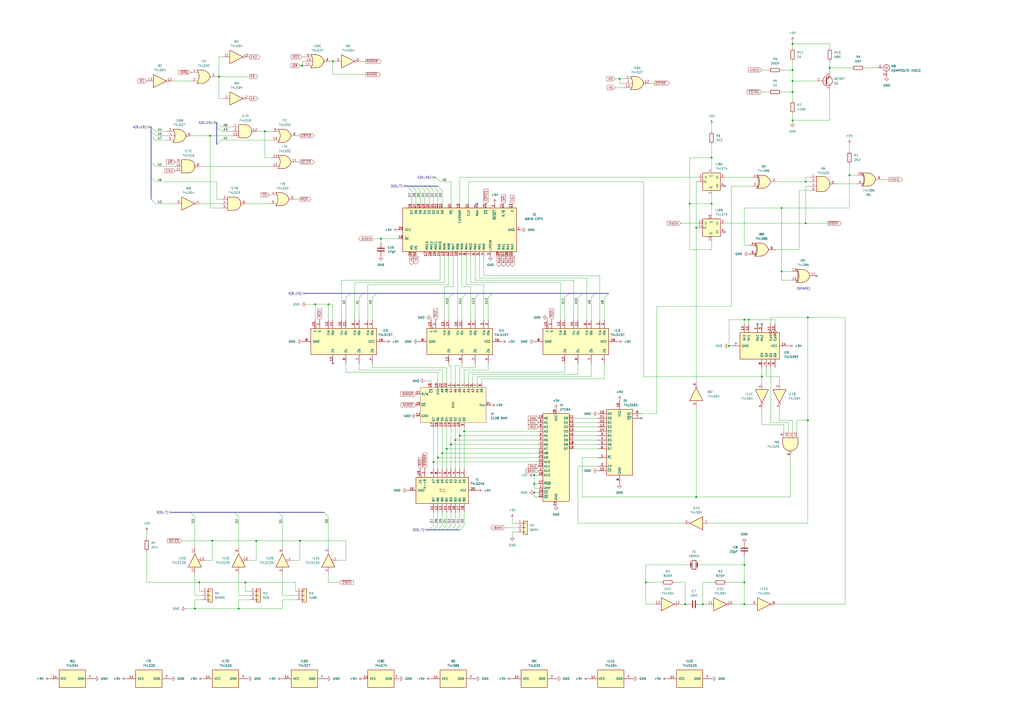
<source format=kicad_sch>
(kicad_sch (version 20250114) (generator "eeschema") (generator_version "9.0")
  (paper "A2")
  (text "(SPARE)" (at 466.09 167.64 0) (effects (font (size 1.27 1.27))))
  (junction (at 142.24 337.82))
  (junction (at 148.59 313.69))
  (junction (at 121.92 78.74))
  (junction (at 115.57 337.82))
  (junction (at 468.63 243.84))
  (junction (at 468.63 184.15))
  (junction (at 182.88 176.53))
  (junction (at 403.86 288.29))
  (junction (at 374.65 337.82))
  (junction (at 422.91 200.66))
  (junction (at 459.74 46.99))
  (junction (at 127 44.45))
  (junction (at 138.43 353.06))
  (junction (at 400.05 118.11))
  (junction (at 254 265.43))
  (junction (at 431.8 337.82))
  (junction (at 190.5 176.53))
  (junction (at 269.24 250.19))
  (junction (at 256.54 262.89))
  (junction (at 173.99 313.69))
  (junction (at 459.74 25.4))
  (junction (at 264.16 255.27))
  (junction (at 492.76 101.6))
  (junction (at 434.34 185.42))
  (junction (at 359.41 45.72))
  (junction (at 175.26 38.1))
  (junction (at 309.88 285.75))
  (junction (at 412.75 91.44))
  (junction (at 193.04 35.56))
  (junction (at 113.03 353.06))
  (junction (at 266.7 252.73))
  (junction (at 431.8 350.52))
  (junction (at 123.19 313.69))
  (junction (at 459.74 53.34))
  (junction (at 453.39 120.65))
  (junction (at 261.62 257.81))
  (junction (at 309.88 275.59))
  (junction (at 459.74 40.64))
  (junction (at 467.36 129.54))
  (junction (at 397.51 350.52))
  (junction (at 220.98 138.43))
  (junction (at 441.96 218.44))
  (junction (at 251.46 267.97))
  (junction (at 309.88 280.67))
  (junction (at 407.67 350.52))
  (junction (at 153.67 76.2))
  (junction (at 481.33 39.37))
  (junction (at 259.08 260.35))
  (junction (at 403.86 132.08))
  (junction (at 467.36 105.41))
  (junction (at 412.75 118.11))
  (junction (at 459.74 69.85))
  (junction (at 453.39 157.48))
  (junction (at 431.8 327.66))
  (junction (at 431.8 185.42))
  (no_connect (at 473.71 160.02))
  (no_connect (at 276.86 118.11))
  (no_connect (at 439.42 187.96))
  (no_connect (at 193.04 210.82))
  (no_connect (at 372.11 242.57))
  (no_connect (at 420.37 107.95))
  (no_connect (at 441.96 187.96))
  (no_connect (at 420.37 134.62))
  (bus_entry (at 255.27 105.41) (size -2.54 -2.54))
  (bus_entry (at 259.08 304.8) (size -2.54 2.54))
  (bus_entry (at 254 110.49) (size -2.54 -2.54))
  (bus_entry (at 90.17 81.28) (size -2.54 -2.54))
  (bus_entry (at 200.66 172.72) (size 2.54 -2.54))
  (bus_entry (at 90.17 105.41) (size -2.54 -2.54))
  (bus_entry (at 260.35 172.72) (size 2.54 -2.54))
  (bus_entry (at 90.17 76.2) (size -2.54 -2.54))
  (bus_entry (at 163.83 299.72) (size -2.54 -2.54))
  (bus_entry (at 350.52 172.72) (size 2.54 -2.54))
  (bus_entry (at 264.16 304.8) (size -2.54 2.54))
  (bus_entry (at 128.27 73.66) (size -2.54 -2.54))
  (bus_entry (at 256.54 110.49) (size -2.54 -2.54))
  (bus_entry (at 113.03 299.72) (size -2.54 -2.54))
  (bus_entry (at 90.17 96.52) (size -2.54 -2.54))
  (bus_entry (at 251.46 110.49) (size -2.54 -2.54))
  (bus_entry (at 254 304.8) (size -2.54 2.54))
  (bus_entry (at 138.43 299.72) (size -2.54 -2.54))
  (bus_entry (at 261.62 304.8) (size -2.54 2.54))
  (bus_entry (at 246.38 110.49) (size -2.54 -2.54))
  (bus_entry (at 267.97 172.72) (size 2.54 -2.54))
  (bus_entry (at 215.9 172.72) (size 2.54 -2.54))
  (bus_entry (at 243.84 110.49) (size -2.54 -2.54))
  (bus_entry (at 251.46 304.8) (size -2.54 2.54))
  (bus_entry (at 208.28 172.72) (size 2.54 -2.54))
  (bus_entry (at 283.21 172.72) (size 2.54 -2.54))
  (bus_entry (at 190.5 299.72) (size -2.54 -2.54))
  (bus_entry (at 269.24 304.8) (size -2.54 2.54))
  (bus_entry (at 128.27 76.2) (size -2.54 -2.54))
  (bus_entry (at 266.7 304.8) (size -2.54 2.54))
  (bus_entry (at 128.27 81.28) (size -2.54 2.54))
  (bus_entry (at 248.92 110.49) (size -2.54 -2.54))
  (bus_entry (at 335.28 172.72) (size 2.54 -2.54))
  (bus_entry (at 241.3 110.49) (size -2.54 -2.54))
  (bus_entry (at 275.59 172.72) (size 2.54 -2.54))
  (bus_entry (at 342.9 172.72) (size 2.54 -2.54))
  (bus_entry (at 256.54 304.8) (size -2.54 2.54))
  (bus_entry (at 238.76 110.49) (size -2.54 -2.54))
  (bus_entry (at 90.17 78.74) (size -2.54 -2.54))
  (bus_entry (at 327.66 172.72) (size 2.54 -2.54))
  (bus_entry (at 90.17 118.11) (size -2.54 -2.54))
  (wire (pts (xy 171.45 337.82) (xy 142.24 337.82)))
  (wire (pts (xy 275.59 162.56) (xy 275.59 148.59)))
  (wire (pts (xy 175.26 33.02) (xy 176.53 33.02)))
  (wire (pts (xy 342.9 218.44) (xy 342.9 210.82)))
  (wire (pts (xy 266.7 118.11) (xy 266.7 102.87)))
  (wire (pts (xy 173.99 313.69) (xy 200.66 313.69)))
  (wire (pts (xy 128.27 81.28) (xy 157.48 81.28)))
  (wire (pts (xy 200.66 325.12) (xy 196.85 325.12)))
  (wire (pts (xy 208.28 214.63) (xy 208.28 210.82)))
  (wire (pts (xy 250.19 184.15) (xy 250.19 185.42)))
  (wire (pts (xy 127 33.02) (xy 127 44.45)))
  (wire (pts (xy 257.81 163.83) (xy 257.81 148.59)))
  (wire (pts (xy 264.16 297.18) (xy 264.16 304.8)))
  (bus (pts (xy 251.46 107.95) (xy 254 107.95)))
  (wire (pts (xy 458.47 162.56) (xy 453.39 162.56)))
  (wire (pts (xy 127 57.15) (xy 127 44.45)))
  (bus (pts (xy 264.16 307.34) (xy 266.7 307.34)))
  (wire (pts (xy 412.75 144.78) (xy 412.75 139.7)))
  (wire (pts (xy 125.73 44.45) (xy 127 44.45)))
  (wire (pts (xy 163.83 332.74) (xy 163.83 345.44)))
  (wire (pts (xy 309.88 280.67) (xy 312.42 280.67)))
  (wire (pts (xy 260.35 172.72) (xy 260.35 185.42)))
  (wire (pts (xy 115.57 342.9) (xy 115.57 337.82)))
  (wire (pts (xy 412.75 118.11) (xy 412.75 124.46)))
  (wire (pts (xy 445.77 53.34) (xy 441.96 53.34)))
  (wire (pts (xy 196.85 337.82) (xy 190.5 337.82)))
  (wire (pts (xy 163.83 299.72) (xy 163.83 317.5)))
  (wire (pts (xy 111.76 78.74) (xy 121.92 78.74)))
  (wire (pts (xy 397.51 350.52) (xy 398.78 350.52)))
  (wire (pts (xy 128.27 73.66) (xy 134.62 73.66)))
  (wire (pts (xy 163.83 347.98) (xy 163.83 353.06)))
  (wire (pts (xy 431.8 120.65) (xy 431.8 142.24)))
  (wire (pts (xy 312.42 288.29) (xy 309.88 288.29)))
  (wire (pts (xy 273.05 185.42) (xy 273.05 166.37)))
  (wire (pts (xy 463.55 110.49) (xy 469.9 110.49)))
  (bus (pts (xy 285.75 170.18) (xy 330.2 170.18)))
  (bus (pts (xy 135.89 297.18) (xy 161.29 297.18)))
  (wire (pts (xy 251.46 297.18) (xy 251.46 304.8)))
  (wire (pts (xy 107.95 353.06) (xy 113.03 353.06)))
  (wire (pts (xy 193.04 43.18) (xy 193.04 35.56)))
  (wire (pts (xy 144.78 325.12) (xy 148.59 325.12)))
  (wire (pts (xy 335.28 303.53) (xy 335.28 270.51)))
  (wire (pts (xy 273.05 166.37) (xy 267.97 166.37)))
  (wire (pts (xy 492.76 101.6) (xy 492.76 120.65)))
  (wire (pts (xy 125.73 105.41) (xy 125.73 115.57)))
  (wire (pts (xy 340.36 161.29) (xy 278.13 161.29)))
  (wire (pts (xy 459.74 46.99) (xy 459.74 53.34)))
  (wire (pts (xy 254 265.43) (xy 312.42 265.43)))
  (wire (pts (xy 309.88 288.29) (xy 309.88 285.75)))
  (wire (pts (xy 481.33 35.56) (xy 481.33 39.37)))
  (bus (pts (xy 238.76 107.95) (xy 241.3 107.95)))
  (wire (pts (xy 90.17 76.2) (xy 96.52 76.2)))
  (wire (pts (xy 215.9 213.36) (xy 215.9 210.82)))
  (wire (pts (xy 459.74 243.84) (xy 459.74 250.19)))
  (wire (pts (xy 193.04 176.53) (xy 193.04 185.42)))
  (wire (pts (xy 457.2 245.11) (xy 457.2 250.19)))
  (wire (pts (xy 481.33 27.94) (xy 481.33 25.4)))
  (wire (pts (xy 261.62 257.81) (xy 261.62 271.78)))
  (wire (pts (xy 121.92 120.65) (xy 128.27 120.65)))
  (bus (pts (xy 345.44 170.18) (xy 353.06 170.18)))
  (wire (pts (xy 467.36 129.54) (xy 480.06 129.54)))
  (wire (pts (xy 261.62 105.41) (xy 261.62 118.11)))
  (wire (pts (xy 251.46 118.11) (xy 251.46 110.49)))
  (bus (pts (xy 234.95 107.95) (xy 236.22 107.95)))
  (wire (pts (xy 356.87 50.8) (xy 361.95 50.8)))
  (wire (pts (xy 276.86 218.44) (xy 342.9 218.44)))
  (wire (pts (xy 220.98 138.43) (xy 231.14 138.43)))
  (wire (pts (xy 85.09 308.61) (xy 85.09 312.42)))
  (wire (pts (xy 449.58 144.78) (xy 463.55 144.78)))
  (wire (pts (xy 481.33 39.37) (xy 494.03 39.37)))
  (wire (pts (xy 257.81 166.37) (xy 262.89 166.37)))
  (wire (pts (xy 123.19 313.69) (xy 148.59 313.69)))
  (wire (pts (xy 412.75 91.44) (xy 400.05 91.44)))
  (bus (pts (xy 248.92 307.34) (xy 251.46 307.34)))
  (wire (pts (xy 261.62 297.18) (xy 261.62 304.8)))
  (wire (pts (xy 422.91 200.66) (xy 424.18 200.66)))
  (wire (pts (xy 381 177.8) (xy 381 240.03)))
  (wire (pts (xy 264.16 255.27) (xy 312.42 255.27)))
  (wire (pts (xy 458.47 288.29) (xy 403.86 288.29)))
  (wire (pts (xy 450.85 105.41) (xy 467.36 105.41)))
  (wire (pts (xy 467.36 105.41) (xy 469.9 105.41)))
  (wire (pts (xy 450.85 350.52) (xy 490.22 350.52)))
  (wire (pts (xy 407.67 337.82) (xy 407.67 350.52)))
  (wire (pts (xy 359.41 45.72) (xy 361.95 45.72)))
  (wire (pts (xy 173.99 313.69) (xy 173.99 325.12)))
  (wire (pts (xy 342.9 172.72) (xy 342.9 185.42)))
  (wire (pts (xy 275.59 172.72) (xy 275.59 185.42)))
  (wire (pts (xy 271.78 222.25) (xy 271.78 215.9)))
  (wire (pts (xy 325.12 163.83) (xy 273.05 163.83)))
  (wire (pts (xy 261.62 257.81) (xy 312.42 257.81)))
  (wire (pts (xy 283.21 214.63) (xy 283.21 210.82)))
  (wire (pts (xy 261.62 212.09) (xy 260.35 212.09)))
  (wire (pts (xy 266.7 252.73) (xy 312.42 252.73)))
  (wire (pts (xy 190.5 299.72) (xy 190.5 317.5)))
  (wire (pts (xy 205.74 163.83) (xy 257.81 163.83)))
  (wire (pts (xy 292.1 306.07) (xy 299.72 306.07)))
  (wire (pts (xy 420.37 129.54) (xy 467.36 129.54)))
  (wire (pts (xy 356.87 45.72) (xy 359.41 45.72)))
  (wire (pts (xy 444.5 218.44) (xy 452.12 218.44)))
  (bus (pts (xy 251.46 102.87) (xy 252.73 102.87)))
  (wire (pts (xy 260.35 165.1) (xy 260.35 148.59)))
  (bus (pts (xy 124.46 71.12) (xy 125.73 71.12)))
  (wire (pts (xy 90.17 96.52) (xy 101.6 96.52)))
  (wire (pts (xy 265.43 148.59) (xy 265.43 185.42)))
  (wire (pts (xy 110.49 46.99) (xy 100.33 46.99)))
  (wire (pts (xy 373.38 218.44) (xy 373.38 105.41)))
  (wire (pts (xy 276.86 222.25) (xy 276.86 218.44)))
  (wire (pts (xy 116.84 342.9) (xy 115.57 342.9)))
  (wire (pts (xy 398.78 327.66) (xy 374.65 327.66)))
  (wire (pts (xy 267.97 166.37) (xy 267.97 148.59)))
  (wire (pts (xy 255.27 105.41) (xy 261.62 105.41)))
  (wire (pts (xy 105.41 313.69) (xy 123.19 313.69)))
  (wire (pts (xy 270.51 165.1) (xy 270.51 148.59)))
  (wire (pts (xy 431.8 322.58) (xy 431.8 327.66)))
  (wire (pts (xy 452.12 218.44) (xy 452.12 222.25)))
  (wire (pts (xy 459.74 53.34) (xy 459.74 58.42)))
  (wire (pts (xy 340.36 185.42) (xy 340.36 161.29)))
  (wire (pts (xy 266.7 222.25) (xy 266.7 213.36)))
  (wire (pts (xy 412.75 97.79) (xy 412.75 91.44)))
  (wire (pts (xy 269.24 297.18) (xy 269.24 304.8)))
  (bus (pts (xy 87.63 102.87) (xy 87.63 115.57)))
  (wire (pts (xy 259.08 213.36) (xy 215.9 213.36)))
  (wire (pts (xy 325.12 185.42) (xy 325.12 163.83)))
  (bus (pts (xy 241.3 107.95) (xy 243.84 107.95)))
  (wire (pts (xy 96.52 81.28) (xy 90.17 81.28)))
  (wire (pts (xy 198.12 162.56) (xy 255.27 162.56)))
  (wire (pts (xy 445.77 40.64) (xy 441.96 40.64)))
  (wire (pts (xy 279.4 219.71) (xy 350.52 219.71)))
  (wire (pts (xy 153.67 76.2) (xy 149.86 76.2)))
  (wire (pts (xy 332.74 185.42) (xy 332.74 162.56)))
  (wire (pts (xy 266.7 247.65) (xy 266.7 252.73)))
  (wire (pts (xy 123.19 325.12) (xy 123.19 313.69)))
  (wire (pts (xy 397.51 337.82) (xy 397.51 350.52)))
  (bus (pts (xy 87.63 78.74) (xy 87.63 93.98)))
  (bus (pts (xy 330.2 170.18) (xy 337.82 170.18)))
  (wire (pts (xy 138.43 347.98) (xy 138.43 353.06)))
  (wire (pts (xy 492.76 83.82) (xy 492.76 87.63)))
  (wire (pts (xy 403.86 220.98) (xy 403.86 132.08)))
  (wire (pts (xy 332.74 260.35) (xy 346.71 260.35)))
  (wire (pts (xy 271.78 215.9) (xy 327.66 215.9)))
  (wire (pts (xy 431.8 327.66) (xy 431.8 337.82)))
  (wire (pts (xy 266.7 102.87) (xy 405.13 102.87)))
  (wire (pts (xy 269.24 247.65) (xy 269.24 250.19)))
  (wire (pts (xy 424.18 107.95) (xy 424.18 177.8)))
  (wire (pts (xy 400.05 118.11) (xy 400.05 144.78)))
  (bus (pts (xy 256.54 307.34) (xy 259.08 307.34)))
  (wire (pts (xy 115.57 337.82) (xy 142.24 337.82)))
  (wire (pts (xy 403.86 236.22) (xy 403.86 288.29)))
  (wire (pts (xy 157.48 91.44) (xy 153.67 91.44)))
  (wire (pts (xy 332.74 257.81) (xy 346.71 257.81)))
  (wire (pts (xy 453.39 120.65) (xy 453.39 157.48)))
  (wire (pts (xy 264.16 255.27) (xy 264.16 271.78)))
  (wire (pts (xy 254 215.9) (xy 200.66 215.9)))
  (bus (pts (xy 161.29 297.18) (xy 187.96 297.18)))
  (wire (pts (xy 459.74 40.64) (xy 459.74 46.99)))
  (bus (pts (xy 99.06 297.18) (xy 110.49 297.18)))
  (wire (pts (xy 332.74 252.73) (xy 346.71 252.73)))
  (wire (pts (xy 332.74 245.11) (xy 346.71 245.11)))
  (wire (pts (xy 175.26 38.1) (xy 176.53 38.1)))
  (wire (pts (xy 391.16 337.82) (xy 397.51 337.82)))
  (wire (pts (xy 254 222.25) (xy 254 215.9)))
  (wire (pts (xy 127 44.45) (xy 144.78 44.45)))
  (wire (pts (xy 309.88 283.21) (xy 309.88 280.67)))
  (wire (pts (xy 459.74 46.99) (xy 473.71 46.99)))
  (wire (pts (xy 327.66 215.9) (xy 327.66 210.82)))
  (wire (pts (xy 462.28 243.84) (xy 462.28 250.19)))
  (wire (pts (xy 453.39 120.65) (xy 431.8 120.65)))
  (wire (pts (xy 274.32 217.17) (xy 335.28 217.17)))
  (wire (pts (xy 142.24 337.82) (xy 142.24 342.9)))
  (wire (pts (xy 299.72 303.53) (xy 297.18 303.53)))
  (wire (pts (xy 138.43 332.74) (xy 138.43 345.44)))
  (wire (pts (xy 424.18 177.8) (xy 381 177.8)))
  (wire (pts (xy 262.89 166.37) (xy 262.89 148.59)))
  (wire (pts (xy 452.12 237.49) (xy 452.12 243.84)))
  (wire (pts (xy 400.05 144.78) (xy 412.75 144.78)))
  (wire (pts (xy 459.74 40.64) (xy 453.39 40.64)))
  (wire (pts (xy 113.03 345.44) (xy 116.84 345.44)))
  (wire (pts (xy 279.4 222.25) (xy 279.4 219.71)))
  (wire (pts (xy 259.08 222.25) (xy 259.08 213.36)))
  (wire (pts (xy 350.52 219.71) (xy 350.52 210.82)))
  (wire (pts (xy 403.86 288.29) (xy 337.82 288.29)))
  (wire (pts (xy 173.99 78.74) (xy 172.72 78.74)))
  (wire (pts (xy 208.28 172.72) (xy 208.28 185.42)))
  (bus (pts (xy 176.53 170.18) (xy 203.2 170.18)))
  (wire (pts (xy 435.61 107.95) (xy 424.18 107.95)))
  (wire (pts (xy 468.63 184.15) (xy 468.63 243.84)))
  (wire (pts (xy 274.32 222.25) (xy 274.32 217.17)))
  (bus (pts (xy 125.73 73.66) (xy 125.73 83.82)))
  (wire (pts (xy 383.54 337.82) (xy 374.65 337.82)))
  (wire (pts (xy 138.43 345.44) (xy 144.78 345.44)))
  (wire (pts (xy 215.9 172.72) (xy 215.9 185.42)))
  (wire (pts (xy 173.99 93.98) (xy 172.72 93.98)))
  (wire (pts (xy 246.38 220.98) (xy 250.19 220.98)))
  (wire (pts (xy 256.54 214.63) (xy 208.28 214.63)))
  (wire (pts (xy 411.48 303.53) (xy 468.63 303.53)))
  (wire (pts (xy 374.65 337.82) (xy 374.65 350.52)))
  (wire (pts (xy 468.63 243.84) (xy 462.28 243.84)))
  (wire (pts (xy 256.54 297.18) (xy 256.54 304.8)))
  (wire (pts (xy 157.48 76.2) (xy 153.67 76.2)))
  (wire (pts (xy 463.55 144.78) (xy 463.55 110.49)))
  (wire (pts (xy 278.13 161.29) (xy 278.13 148.59)))
  (bus (pts (xy 270.51 170.18) (xy 278.13 170.18)))
  (wire (pts (xy 335.28 303.53) (xy 396.24 303.53)))
  (bus (pts (xy 87.63 76.2) (xy 87.63 78.74)))
  (wire (pts (xy 332.74 247.65) (xy 346.71 247.65)))
  (wire (pts (xy 407.67 350.52) (xy 410.21 350.52)))
  (wire (pts (xy 182.88 176.53) (xy 182.88 185.42)))
  (bus (pts (xy 251.46 307.34) (xy 254 307.34)))
  (wire (pts (xy 332.74 250.19) (xy 346.71 250.19)))
  (wire (pts (xy 267.97 212.09) (xy 267.97 210.82)))
  (wire (pts (xy 403.86 132.08) (xy 405.13 132.08)))
  (wire (pts (xy 431.8 350.52) (xy 435.61 350.52)))
  (wire (pts (xy 273.05 163.83) (xy 273.05 148.59)))
  (wire (pts (xy 113.03 332.74) (xy 113.03 345.44)))
  (wire (pts (xy 90.17 78.74) (xy 96.52 78.74)))
  (wire (pts (xy 275.59 213.36) (xy 275.59 210.82)))
  (wire (pts (xy 194.31 35.56) (xy 193.04 35.56)))
  (wire (pts (xy 85.09 337.82) (xy 115.57 337.82)))
  (wire (pts (xy 280.67 185.42) (xy 280.67 165.1)))
  (wire (pts (xy 447.04 184.15) (xy 468.63 184.15)))
  (wire (pts (xy 259.08 260.35) (xy 312.42 260.35)))
  (wire (pts (xy 309.88 280.67) (xy 309.88 275.59)))
  (wire (pts (xy 212.09 43.18) (xy 193.04 43.18)))
  (wire (pts (xy 121.92 78.74) (xy 134.62 78.74)))
  (wire (pts (xy 213.36 185.42) (xy 213.36 165.1)))
  (wire (pts (xy 190.5 176.53) (xy 193.04 176.53)))
  (wire (pts (xy 459.74 71.12) (xy 459.74 69.85)))
  (wire (pts (xy 447.04 213.36) (xy 447.04 245.11)))
  (wire (pts (xy 238.76 118.11) (xy 238.76 110.49)))
  (wire (pts (xy 492.76 95.25) (xy 492.76 101.6)))
  (wire (pts (xy 171.45 347.98) (xy 163.83 347.98)))
  (wire (pts (xy 361.95 48.26) (xy 359.41 48.26)))
  (wire (pts (xy 431.8 142.24) (xy 434.34 142.24)))
  (wire (pts (xy 515.62 104.14) (xy 511.81 104.14)))
  (wire (pts (xy 264.16 247.65) (xy 264.16 255.27)))
  (wire (pts (xy 200.66 172.72) (xy 200.66 185.42)))
  (wire (pts (xy 459.74 66.04) (xy 459.74 69.85)))
  (wire (pts (xy 327.66 172.72) (xy 327.66 185.42)))
  (wire (pts (xy 144.78 347.98) (xy 138.43 347.98)))
  (wire (pts (xy 406.4 327.66) (xy 431.8 327.66)))
  (wire (pts (xy 259.08 247.65) (xy 259.08 260.35)))
  (wire (pts (xy 256.54 222.25) (xy 256.54 214.63)))
  (wire (pts (xy 406.4 350.52) (xy 407.67 350.52)))
  (bus (pts (xy 261.62 307.34) (xy 264.16 307.34)))
  (wire (pts (xy 490.22 350.52) (xy 490.22 184.15)))
  (wire (pts (xy 420.37 102.87) (xy 435.61 102.87)))
  (wire (pts (xy 414.02 337.82) (xy 407.67 337.82)))
  (bus (pts (xy 210.82 170.18) (xy 218.44 170.18)))
  (wire (pts (xy 335.28 217.17) (xy 335.28 210.82)))
  (wire (pts (xy 458.47 265.43) (xy 458.47 288.29)))
  (wire (pts (xy 394.97 350.52) (xy 397.51 350.52)))
  (wire (pts (xy 283.21 172.72) (xy 283.21 185.42)))
  (wire (pts (xy 251.46 247.65) (xy 251.46 267.97)))
  (wire (pts (xy 173.99 38.1) (xy 175.26 38.1)))
  (wire (pts (xy 119.38 325.12) (xy 123.19 325.12)))
  (wire (pts (xy 269.24 250.19) (xy 269.24 271.78)))
  (wire (pts (xy 379.73 48.26) (xy 377.19 48.26)))
  (wire (pts (xy 255.27 162.56) (xy 255.27 148.59)))
  (wire (pts (xy 280.67 165.1) (xy 270.51 165.1)))
  (bus (pts (xy 262.89 170.18) (xy 270.51 170.18)))
  (wire (pts (xy 441.96 246.38) (xy 441.96 237.49)))
  (wire (pts (xy 431.8 185.42) (xy 431.8 187.96)))
  (wire (pts (xy 459.74 35.56) (xy 459.74 40.64)))
  (wire (pts (xy 412.75 113.03) (xy 412.75 118.11)))
  (wire (pts (xy 127 33.02) (xy 129.54 33.02)))
  (wire (pts (xy 332.74 255.27) (xy 346.71 255.27)))
  (wire (pts (xy 116.84 118.11) (xy 128.27 118.11)))
  (wire (pts (xy 468.63 243.84) (xy 468.63 303.53)))
  (wire (pts (xy 492.76 101.6) (xy 496.57 101.6)))
  (wire (pts (xy 261.62 247.65) (xy 261.62 257.81)))
  (wire (pts (xy 121.92 78.74) (xy 121.92 120.65)))
  (wire (pts (xy 467.36 102.87) (xy 467.36 105.41)))
  (wire (pts (xy 381 240.03) (xy 372.11 240.03)))
  (wire (pts (xy 261.62 222.25) (xy 261.62 212.09)))
  (wire (pts (xy 347.98 185.42) (xy 347.98 160.02)))
  (wire (pts (xy 309.88 285.75) (xy 312.42 285.75)))
  (wire (pts (xy 400.05 91.44) (xy 400.05 118.11)))
  (wire (pts (xy 441.96 246.38) (xy 454.66 246.38)))
  (wire (pts (xy 259.08 260.35) (xy 259.08 271.78)))
  (wire (pts (xy 481.33 52.07) (xy 481.33 69.85)))
  (wire (pts (xy 299.72 308.61) (xy 297.18 308.61)))
  (wire (pts (xy 157.48 96.52) (xy 116.84 96.52)))
  (wire (pts (xy 256.54 262.89) (xy 256.54 271.78)))
  (wire (pts (xy 260.35 210.82) (xy 260.35 212.09)))
  (wire (pts (xy 434.34 185.42) (xy 431.8 185.42)))
  (wire (pts (xy 213.36 165.1) (xy 260.35 165.1)))
  (wire (pts (xy 467.36 107.95) (xy 469.9 107.95)))
  (wire (pts (xy 148.59 325.12) (xy 148.59 313.69)))
  (wire (pts (xy 453.39 157.48) (xy 453.39 162.56)))
  (bus (pts (xy 259.08 307.34) (xy 261.62 307.34)))
  (bus (pts (xy 87.63 93.98) (xy 87.63 102.87)))
  (bus (pts (xy 125.73 71.12) (xy 125.73 73.66)))
  (wire (pts (xy 138.43 299.72) (xy 138.43 317.5)))
  (wire (pts (xy 335.28 172.72) (xy 335.28 185.42)))
  (wire (pts (xy 403.86 132.08) (xy 403.86 105.41)))
  (wire (pts (xy 444.5 213.36) (xy 444.5 218.44)))
  (wire (pts (xy 266.7 297.18) (xy 266.7 304.8)))
  (bus (pts (xy 203.2 170.18) (xy 210.82 170.18)))
  (wire (pts (xy 481.33 25.4) (xy 459.74 25.4)))
  (wire (pts (xy 412.75 83.82) (xy 412.75 91.44)))
  (wire (pts (xy 267.97 172.72) (xy 267.97 185.42)))
  (wire (pts (xy 454.66 250.19) (xy 454.66 246.38)))
  (wire (pts (xy 449.58 187.96) (xy 449.58 185.42)))
  (wire (pts (xy 269.24 222.25) (xy 269.24 214.63)))
  (wire (pts (xy 259.08 297.18) (xy 259.08 304.8)))
  (wire (pts (xy 85.09 320.04) (xy 85.09 337.82)))
  (wire (pts (xy 175.26 35.56) (xy 175.26 38.1)))
  (wire (pts (xy 173.99 115.57) (xy 171.45 115.57)))
  (wire (pts (xy 182.88 176.53) (xy 190.5 176.53)))
  (wire (pts (xy 215.9 138.43) (xy 220.98 138.43)))
  (bus (pts (xy 86.36 73.66) (xy 87.63 73.66)))
  (wire (pts (xy 312.42 283.21) (xy 309.88 283.21)))
  (wire (pts (xy 256.54 247.65) (xy 256.54 262.89)))
  (wire (pts (xy 374.65 327.66) (xy 374.65 337.82)))
  (wire (pts (xy 153.67 91.44) (xy 153.67 76.2)))
  (wire (pts (xy 490.22 184.15) (xy 468.63 184.15)))
  (wire (pts (xy 90.17 118.11) (xy 101.6 118.11)))
  (wire (pts (xy 441.96 218.44) (xy 441.96 222.25)))
  (bus (pts (xy 337.82 170.18) (xy 345.44 170.18)))
  (wire (pts (xy 280.67 160.02) (xy 280.67 148.59)))
  (wire (pts (xy 251.46 267.97) (xy 312.42 267.97)))
  (wire (pts (xy 431.8 185.42) (xy 422.91 185.42)))
  (wire (pts (xy 403.86 105.41) (xy 405.13 105.41)))
  (wire (pts (xy 297.18 303.53) (xy 297.18 300.99)))
  (bus (pts (xy 246.38 107.95) (xy 248.92 107.95)))
  (wire (pts (xy 374.65 350.52) (xy 379.73 350.52)))
  (bus (pts (xy 87.63 73.66) (xy 87.63 76.2)))
  (wire (pts (xy 431.8 337.82) (xy 431.8 350.52)))
  (wire (pts (xy 453.39 53.34) (xy 459.74 53.34)))
  (wire (pts (xy 422.91 185.42) (xy 422.91 200.66)))
  (wire (pts (xy 425.45 350.52) (xy 431.8 350.52)))
  (wire (pts (xy 373.38 105.41) (xy 271.78 105.41)))
  (wire (pts (xy 509.27 39.37) (xy 501.65 39.37)))
  (wire (pts (xy 200.66 313.69) (xy 200.66 325.12)))
  (wire (pts (xy 481.33 39.37) (xy 481.33 41.91)))
  (wire (pts (xy 241.3 118.11) (xy 241.3 110.49)))
  (wire (pts (xy 271.78 105.41) (xy 271.78 118.11)))
  (wire (pts (xy 142.24 342.9) (xy 144.78 342.9)))
  (wire (pts (xy 254 118.11) (xy 254 110.49)))
  (wire (pts (xy 269.24 250.19) (xy 312.42 250.19)))
  (wire (pts (xy 128.27 76.2) (xy 134.62 76.2)))
  (wire (pts (xy 317.5 184.15) (xy 317.5 185.42)))
  (wire (pts (xy 441.96 213.36) (xy 441.96 218.44)))
  (wire (pts (xy 459.74 24.13) (xy 459.74 25.4)))
  (wire (pts (xy 332.74 242.57) (xy 346.71 242.57)))
  (wire (pts (xy 394.97 129.54) (xy 405.13 129.54)))
  (bus (pts (xy 236.22 107.95) (xy 238.76 107.95)))
  (wire (pts (xy 251.46 271.78) (xy 251.46 267.97)))
  (wire (pts (xy 447.04 187.96) (xy 447.04 184.15)))
  (wire (pts (xy 337.82 288.29) (xy 337.82 265.43)))
  (wire (pts (xy 198.12 185.42) (xy 198.12 162.56)))
  (wire (pts (xy 469.9 102.87) (xy 467.36 102.87)))
  (bus (pts (xy 278.13 170.18) (xy 285.75 170.18)))
  (wire (pts (xy 243.84 118.11) (xy 243.84 110.49)))
  (wire (pts (xy 163.83 353.06) (xy 138.43 353.06)))
  (wire (pts (xy 256.54 262.89) (xy 312.42 262.89)))
  (wire (pts (xy 176.53 35.56) (xy 175.26 35.56)))
  (wire (pts (xy 248.92 118.11) (xy 248.92 110.49)))
  (wire (pts (xy 459.74 25.4) (xy 459.74 27.94)))
  (wire (pts (xy 125.73 115.57) (xy 128.27 115.57)))
  (wire (pts (xy 190.5 337.82) (xy 190.5 332.74)))
  (wire (pts (xy 171.45 342.9) (xy 171.45 337.82)))
  (wire (pts (xy 220.98 138.43) (xy 220.98 140.97)))
  (wire (pts (xy 492.76 120.65) (xy 453.39 120.65)))
  (wire (pts (xy 400.05 118.11) (xy 412.75 118.11)))
  (wire (pts (xy 359.41 48.26) (xy 359.41 45.72)))
  (bus (pts (xy 218.44 170.18) (xy 262.89 170.18)))
  (wire (pts (xy 332.74 162.56) (xy 275.59 162.56)))
  (wire (pts (xy 496.57 106.68) (xy 485.14 106.68)))
  (wire (pts (xy 200.66 215.9) (xy 200.66 210.82)))
  (wire (pts (xy 434.34 185.42) (xy 434.34 187.96)))
  (wire (pts (xy 209.55 35.56) (xy 212.09 35.56)))
  (bus (pts (xy 247.65 307.34) (xy 248.92 307.34)))
  (wire (pts (xy 481.33 69.85) (xy 459.74 69.85)))
  (wire (pts (xy 441.96 218.44) (xy 373.38 218.44)))
  (wire (pts (xy 254 265.43) (xy 254 271.78)))
  (wire (pts (xy 350.52 172.72) (xy 350.52 185.42)))
  (wire (pts (xy 129.54 57.15) (xy 127 57.15)))
  (wire (pts (xy 143.51 118.11) (xy 156.21 118.11)))
  (wire (pts (xy 256.54 118.11) (xy 256.54 110.49)))
  (wire (pts (xy 447.04 245.11) (xy 457.2 245.11)))
  (wire (pts (xy 309.88 275.59) (xy 312.42 275.59)))
  (wire (pts (xy 335.28 270.51) (xy 346.71 270.51)))
  (wire (pts (xy 264.16 212.09) (xy 267.97 212.09)))
  (wire (pts (xy 246.38 118.11) (xy 246.38 110.49)))
  (wire (pts (xy 254 247.65) (xy 254 265.43)))
  (wire (pts (xy 163.83 345.44) (xy 171.45 345.44)))
  (wire (pts (xy 421.64 337.82) (xy 431.8 337.82)))
  (wire (pts (xy 264.16 222.25) (xy 264.16 212.09)))
  (wire (pts (xy 449.58 185.42) (xy 434.34 185.42)))
  (wire (pts (xy 250.19 220.98) (xy 250.19 222.25)))
  (wire (pts (xy 177.8 176.53) (xy 182.88 176.53)))
  (wire (pts (xy 297.18 308.61) (xy 297.18 311.15)))
  (wire (pts (xy 113.03 353.06) (xy 113.03 347.98)))
  (wire (pts (xy 170.18 325.12) (xy 173.99 325.12)))
  (bus (pts (xy 248.92 107.95) (xy 251.46 107.95)))
  (wire (pts (xy 412.75 72.39) (xy 412.75 76.2)))
  (bus (pts (xy 254 307.34) (xy 256.54 307.34)))
  (wire (pts (xy 190.5 176.53) (xy 190.5 185.42)))
  (wire (pts (xy 257.81 185.42) (xy 257.81 166.37)))
  (wire (pts (xy 458.47 157.48) (xy 453.39 157.48)))
  (wire (pts (xy 138.43 353.06) (xy 113.03 353.06)))
  (wire (pts (xy 266.7 252.73) (xy 266.7 271.78)))
  (wire (pts (xy 113.03 299.72) (xy 113.03 317.5)))
  (wire (pts (xy 266.7 213.36) (xy 275.59 213.36)))
  (wire (pts (xy 148.59 313.69) (xy 173.99 313.69)))
  (wire (pts (xy 90.17 105.41) (xy 125.73 105.41)))
  (wire (pts (xy 193.04 35.56) (xy 191.77 35.56)))
  (bus (pts (xy 110.49 297.18) (xy 135.89 297.18)))
  (bus (pts (xy 243.84 107.95) (xy 246.38 107.95)))
  (wire (pts (xy 254 297.18) (xy 254 304.8)))
  (wire (pts (xy 113.03 347.98) (xy 116.84 347.98)))
  (wire (pts (xy 467.36 129.54) (xy 467.36 107.95)))
  (wire (pts (xy 205.74 185.42) (xy 205.74 163.83)))
  (wire (pts (xy 452.12 243.84) (xy 459.74 243.84)))
  (wire (pts (xy 337.82 265.43) (xy 346.71 265.43)))
  (wire (pts (xy 269.24 214.63) (xy 283.21 214.63)))
  (wire (pts (xy 347.98 160.02) (xy 280.67 160.02)))
  (label "D7" (at 251.46 303.53 90))
  (label "D2" (at 264.16 303.53 90))
  (label "D3" (at 261.62 303.53 90))
  (label "D5" (at 243.84 111.76 270))
  (label "D4" (at 259.08 303.53 90))
  (label "A3" (at 129.54 76.2 0))
  (label "D6" (at 254 303.53 90))
  (label "A14" (at 267.97 176.53 90))
  (label "A2" (at 91.44 96.52 0))
  (label "A13" (at 275.59 176.53 90))
  (label "A1" (at 208.28 176.53 90))
  (label "D4" (at 246.38 111.76 270))
  (label "D2" (at 138.43 300.99 270))
  (label "D3" (at 113.03 300.99 270))
  (label "D2" (at 251.46 111.76 270))
  (label "D0" (at 269.24 303.53 90))
  (label "A6" (at 91.44 105.41 0))
  (label "A0" (at 215.9 176.53 90))
  (label "A7" (at 91.44 81.28 0))
  (label "D0" (at 256.54 111.76 270))
  (label "D1" (at 254 111.76 270))
  (label "A11" (at 327.66 176.53 90))
  (label "D1" (at 163.83 300.99 270))
  (label "A15" (at 260.35 176.53 90))
  (label "A2" (at 200.66 176.53 90))
  (label "D3" (at 248.92 111.76 270))
  (label "A9" (at 342.9 176.53 90))
  (label "A2" (at 129.54 81.28 0))
  (label "D6" (at 241.3 111.76 270))
  (label "D7" (at 238.76 111.76 270))
  (label "D5" (at 256.54 303.53 90))
  (label "A0" (at 256.54 105.41 0))
  (label "A12" (at 283.21 176.53 90))
  (label "D1" (at 266.7 303.53 90))
  (label "A4" (at 91.44 76.2 0))
  (label "A5" (at 91.44 78.74 0))
  (label "A8" (at 350.52 176.53 90))
  (label "A3" (at 91.44 118.11 0))
  (label "A10" (at 335.28 176.53 90))
  (label "D0" (at 190.5 300.99 270))
  (label "A6" (at 129.54 73.66 0))
  (global_label "~{MUX}" (shape input) (at 252.73 185.42 90) (property "Intersheetrefs" "${INTERSHEET_REFS}" (effects (hide yes))))
  (global_label "~{WR}" (shape input) (at 101.6 93.98 180) (property "Intersheetrefs" "${INTERSHEET_REFS}" (effects (hide yes))))
  (global_label "~{CRTCS}" (shape input) (at 281.94 118.11 90) (property "Intersheetrefs" "${INTERSHEET_REFS}" (effects (hide yes))))
  (global_label "VS" (shape input) (at 356.87 50.8 180) (property "Intersheetrefs" "${INTERSHEET_REFS}" (effects (hide yes))))
  (global_label "EN" (shape output) (at 144.78 57.15 0) (property "Intersheetrefs" "${INTERSHEET_REFS}" (effects (hide yes))))
  (global_label "VIDEO" (shape input) (at 441.96 40.64 180) (property "Intersheetrefs" "${INTERSHEET_REFS}" (effects (hide yes))))
  (global_label "~{WR}" (shape input) (at 173.99 38.1 180) (property "Intersheetrefs" "${INTERSHEET_REFS}" (effects (hide yes))))
  (global_label "HS" (shape output) (at 238.76 148.59 270) (property "Intersheetrefs" "${INTERSHEET_REFS}" (effects (hide yes))))
  (global_label "~{MUX}" (shape input) (at 185.42 185.42 90) (property "Intersheetrefs" "${INTERSHEET_REFS}" (effects (hide yes))))
  (global_label "RA0" (shape output) (at 289.56 148.59 270) (property "Intersheetrefs" "${INTERSHEET_REFS}" (effects (hide yes))))
  (global_label "DISEN" (shape output) (at 215.9 138.43 180) (property "Intersheetrefs" "${INTERSHEET_REFS}" (effects (hide yes))))
  (global_label "~{SELCS}" (shape input) (at 105.41 313.69 180) (property "Intersheetrefs" "${INTERSHEET_REFS}" (effects (hide yes))))
  (global_label "~{EN}" (shape input) (at 156.21 113.03 180) (property "Intersheetrefs" "${INTERSHEET_REFS}" (effects (hide yes))))
  (global_label "RA3" (shape input) (at 312.42 270.51 180) (property "Intersheetrefs" "${INTERSHEET_REFS}" (effects (hide yes))))
  (global_label "EN" (shape input) (at 297.18 118.11 90) (property "Intersheetrefs" "${INTERSHEET_REFS}" (effects (hide yes))))
  (global_label "~{IORQ}" (shape input) (at 110.49 41.91 180) (property "Intersheetrefs" "${INTERSHEET_REFS}" (effects (hide yes))))
  (global_label "RA1" (shape input) (at 312.42 245.11 180) (property "Intersheetrefs" "${INTERSHEET_REFS}" (effects (hide yes))))
  (global_label "RA2" (shape input) (at 312.42 247.65 180) (property "Intersheetrefs" "${INTERSHEET_REFS}" (effects (hide yes))))
  (global_label "VS" (shape output) (at 241.3 148.59 270) (property "Intersheetrefs" "${INTERSHEET_REFS}" (effects (hide yes))))
  (global_label "~{RAMWR}" (shape input) (at 246.38 271.78 90) (property "Intersheetrefs" "${INTERSHEET_REFS}" (effects (hide yes))))
  (global_label "RA0" (shape input) (at 312.42 242.57 180) (property "Intersheetrefs" "${INTERSHEET_REFS}" (effects (hide yes))))
  (global_label "~{MUX}" (shape input) (at 175.26 33.02 180) (property "Intersheetrefs" "${INTERSHEET_REFS}" (effects (hide yes))))
  (global_label "~{DISEN}" (shape input) (at 196.85 337.82 0) (property "Intersheetrefs" "${INTERSHEET_REFS}" (effects (hide yes))))
  (global_label "BANK" (shape output) (at 292.1 306.07 180) (property "Intersheetrefs" "${INTERSHEET_REFS}" (effects (hide yes))))
  (global_label "~{RAMWR}" (shape output) (at 212.09 35.56 0) (property "Intersheetrefs" "${INTERSHEET_REFS}" (effects (hide yes))))
  (global_label "~{MUX}" (shape input) (at 320.04 185.42 90) (property "Intersheetrefs" "${INTERSHEET_REFS}" (effects (hide yes))))
  (global_label "~{MUX}" (shape output) (at 173.99 115.57 0) (property "Intersheetrefs" "${INTERSHEET_REFS}" (effects (hide yes))))
  (global_label "DISEN" (shape input) (at 394.97 129.54 180) (property "Intersheetrefs" "${INTERSHEET_REFS}" (effects (hide yes))))
  (global_label "EN2" (shape input) (at 101.6 99.06 180) (property "Intersheetrefs" "${INTERSHEET_REFS}" (effects (hide yes))))
  (global_label "~{RAMOE}" (shape output) (at 212.09 43.18 0) (property "Intersheetrefs" "${INTERSHEET_REFS}" (effects (hide yes))))
  (global_label "VIDEO" (shape output) (at 515.62 104.14 0) (property "Intersheetrefs" "${INTERSHEET_REFS}" (effects (hide yes))))
  (global_label "~{CRTCS}" (shape output) (at 173.99 78.74 0) (property "Intersheetrefs" "${INTERSHEET_REFS}" (effects (hide yes))))
  (global_label "~{M1}" (shape input) (at 85.09 46.99 180) (property "Intersheetrefs" "${INTERSHEET_REFS}" (effects (hide yes))))
  (global_label "~{MUX}" (shape input) (at 243.84 271.78 90) (property "Intersheetrefs" "${INTERSHEET_REFS}" (effects (hide yes))))
  (global_label "RA1" (shape output) (at 292.1 148.59 270) (property "Intersheetrefs" "${INTERSHEET_REFS}" (effects (hide yes))))
  (global_label "HS" (shape input) (at 356.87 45.72 180) (property "Intersheetrefs" "${INTERSHEET_REFS}" (effects (hide yes))))
  (global_label "~{RAMWR}" (shape input) (at 241.3 228.6 180) (property "Intersheetrefs" "${INTERSHEET_REFS}" (effects (hide yes))))
  (global_label "EN2" (shape output) (at 144.78 33.02 0) (property "Intersheetrefs" "${INTERSHEET_REFS}" (effects (hide yes))))
  (global_label "~{WR}" (shape input) (at 292.1 118.11 90) (property "Intersheetrefs" "${INTERSHEET_REFS}" (effects (hide yes))))
  (global_label "~{DISEN}" (shape output) (at 480.06 129.54 0) (property "Intersheetrefs" "${INTERSHEET_REFS}" (effects (hide yes))))
  (global_label "~{RAMOE}" (shape input) (at 241.3 234.95 180) (property "Intersheetrefs" "${INTERSHEET_REFS}" (effects (hide yes))))
  (global_label "BANK" (shape input) (at 312.42 273.05 180) (property "Intersheetrefs" "${INTERSHEET_REFS}" (effects (hide yes))))
  (global_label "~{SELCS}" (shape output) (at 173.99 93.98 0) (property "Intersheetrefs" "${INTERSHEET_REFS}" (effects (hide yes))))
  (global_label "RA3" (shape output) (at 297.18 148.59 270) (property "Intersheetrefs" "${INTERSHEET_REFS}" (effects (hide yes))))
  (global_label "~{CSYNC}" (shape input) (at 441.96 53.34 180) (property "Intersheetrefs" "${INTERSHEET_REFS}" (effects (hide yes))))
  (global_label "~{EN}" (shape output) (at 144.78 44.45 0) (property "Intersheetrefs" "${INTERSHEET_REFS}" (effects (hide yes))))
  (global_label "RA2" (shape output) (at 294.64 148.59 270) (property "Intersheetrefs" "${INTERSHEET_REFS}" (effects (hide yes))))
  (global_label "~{CSYNC}" (shape output) (at 379.73 48.26 0) (property "Intersheetrefs" "${INTERSHEET_REFS}" (effects (hide yes))))
  (hierarchical_label "A[0..15]" (shape output) (at 176.53 170.18 180))
  (hierarchical_label "D[0..7]" (shape output) (at 99.06 297.18 180))
  (hierarchical_label "D[0..7]" (shape output) (at 234.95 107.95 180))
  (hierarchical_label "D[0..7]" (shape output) (at 247.65 307.34 180))
  (hierarchical_label "A[0..15]" (shape output) (at 251.46 102.87 180))
  (hierarchical_label "A[0..15]" (shape output) (at 86.36 73.66 180))
  (hierarchical_label "A[0..15]" (shape output) (at 124.46 71.12 180))
  (symbol (lib_id "power:GND") (at 431.8 314.96 180) (unit 1)
    (property "Reference" "#PWR047" (effects (hide yes)))
    (property "Value" "GND" (at 431.8 309.88 0))
    (property "Description" "Power symbol creates a global label with name \"GND\" , ground" (effects (hide yes)))
  )
  (symbol (lib_id "Device:Crystal") (at 402.59 327.66 0) (unit 1)
    (property "Reference" "X1" (at 402.59 320.04 0))
    (property "Value" "16MHz" (at 402.59 322.58 0))
    (property "Footprint" "Einstein:Crystal" (effects (hide yes)))
    (property "Description" "Two pin crystal" (effects (hide yes)))
  )
  (symbol (lib_id "Device:C") (at 220.98 144.78 0) (mirror y) (unit 1)
    (property "Reference" "C10" (at 224.79 143.5099 0) (effects (justify right)))
    (property "Value" "47pF" (at 224.79 146.0499 0) (effects (justify right)))
    (property "Footprint" "Einstein:C_Disc_5.08mm" (effects (hide yes)))
    (property "Description" "Unpolarized capacitor" (effects (hide yes)))
  )
  (symbol (lib_id "power:GND") (at 322.58 293.37 0) (unit 1)
    (property "Reference" "#PWR023" (effects (hide yes)))
    (property "Value" "GND" (at 322.58 298.45 0))
    (property "Description" "Power symbol creates a global label with name \"GND\" , ground" (effects (hide yes)))
  )
  (symbol (lib_id "power:+5V") (at 459.74 24.13 0) (unit 1)
    (property "Reference" "#PWR050" (effects (hide yes)))
    (property "Value" "+5V" (at 459.74 19.05 0))
    (property "Description" "Power symbol creates a global label with name \"+5V\"" (effects (hide yes)))
  )
  (symbol (lib_id "74xx:74LS04") (at 387.35 350.52 0) (unit 6)
    (property "Reference" "I11" (at 387.35 341.63 0))
    (property "Value" "74LS04" (at 387.35 344.17 0))
    (property "Footprint" "Einstein:DIP-14_W7.62mm" (effects (hide yes)))
    (property "Datasheet" "http://www.ti.com/lit/gpn/sn74LS04" (effects (hide yes)))
    (property "Description" "Hex Inverter" (effects (hide yes)))
  )
  (symbol (lib_id "power:+5V") (at 163.83 393.7 90) (unit 1)
    (property "Reference" "#PWR08" (effects (hide yes)))
    (property "Value" "+5V" (at 160.02 393.6999 90) (effects (justify left)))
    (property "Description" "Power symbol creates a global label with name \"+5V\"" (effects (hide yes)))
  )
  (symbol (lib_id "power:+5V") (at 297.18 393.7 90) (unit 1)
    (property "Reference" "#PWR040" (effects (hide yes)))
    (property "Value" "+5V" (at 293.37 393.6999 90) (effects (justify left)))
    (property "Description" "Power symbol creates a global label with name \"+5V\"" (effects (hide yes)))
  )
  (symbol (lib_id "74xx:74LS157") (at 267.97 198.12 270) (unit 1)
    (property "Reference" "I14" (at 290.83 191.6998 90))
    (property "Value" "74LS157" (at 290.83 194.2398 90))
    (property "Footprint" "Einstein:DIP-16_W7.62mm" (effects (hide yes)))
    (property "Datasheet" "http://www.ti.com/lit/gpn/sn74LS157" (effects (hide yes)))
    (property "Description" "Quad 2 to 1 line Multiplexer" (effects (hide yes)))
  )
  (symbol (lib_id "74xx:74LS74") (at 412.75 105.41 0) (unit 1)
    (property "Reference" "I18" (at 414.8933 95.25 0) (effects (justify left)))
    (property "Value" "74LS74" (at 414.8933 97.79 0) (effects (justify left)))
    (property "Footprint" "Einstein:DIP-14_W7.62mm" (effects (hide yes)))
    (property "Datasheet" "74xx/74hc_hct74.pdf" (effects (hide yes)))
    (property "Description" "Dual D Flip-flop, Set & Reset" (effects (hide yes)))
  )
  (symbol (lib_id "74xx:74LS245") (at 256.54 284.48 270) (unit 1)
    (property "Reference" "I1" (at 276.86 278.0598 90))
    (property "Value" "74LS245" (at 276.86 280.5998 90))
    (property "Footprint" "Einstein:DIP-20_W7.62mm" (effects (hide yes)))
    (property "Datasheet" "http://www.ti.com/lit/gpn/sn74LS245" (effects (hide yes)))
    (property "Description" "Octal BUS Transceivers, 3-State outputs" (effects (hide yes)))
  )
  (symbol (lib_id "Connector_Generic:Conn_01x03") (at 304.8 306.07 0) (unit 1)
    (property "Reference" "M4" (at 307.34 304.7999 0) (effects (justify left)))
    (property "Value" "BANK" (at 307.34 307.3399 0) (effects (justify left)))
    (property "Footprint" "Einstein:LK 3-Pin 2.54mm - Box" (effects (hide yes)))
    (property "Description" "Generic connector, single row, 01x03, script generated (kicad-library-utils/schlib/autogen/connector/)" (effects (hide yes)))
  )
  (symbol (lib_id "power:GND") (at 177.8 176.53 270) (unit 1)
    (property "Reference" "#PWR020" (effects (hide yes)))
    (property "Value" "GND" (at 173.99 176.5299 90) (effects (justify right)))
    (property "Description" "Power symbol creates a global label with name \"GND\" , ground" (effects (hide yes)))
  )
  (symbol (lib_id "power:GND") (at 302.26 133.35 90) (unit 1)
    (property "Reference" "#PWR0152" (effects (hide yes)))
    (property "Value" "GND" (at 306.07 133.3499 90) (effects (justify right)))
    (property "Description" "Power symbol creates a global label with name \"GND\" , ground" (effects (hide yes)))
  )
  (symbol (lib_id "power:GND") (at 309.88 198.12 270) (unit 1)
    (property "Reference" "#PWR018" (effects (hide yes)))
    (property "Value" "GND" (at 306.07 198.1199 90) (effects (justify right)))
    (property "Description" "Power symbol creates a global label with name \"GND\" , ground" (effects (hide yes)))
  )
  (symbol (lib_id "74xx:74LS04") (at 403.86 303.53 180) (unit 1)
    (property "Reference" "I11" (at 403.86 294.64 0))
    (property "Value" "74LS04" (at 403.86 297.18 0))
    (property "Footprint" "Einstein:DIP-14_W7.62mm" (effects (hide yes)))
    (property "Datasheet" "http://www.ti.com/lit/gpn/sn74LS04" (effects (hide yes)))
    (property "Description" "Hex Inverter" (effects (hide yes)))
  )
  (symbol (lib_id "74xx:74LS04") (at 92.71 46.99 0) (unit 6)
    (property "Reference" "I6" (at 92.71 38.1 0))
    (property "Value" "74LS04" (at 92.71 40.64 0))
    (property "Footprint" "Einstein:DIP-14_W7.62mm" (effects (hide yes)))
    (property "Datasheet" "http://www.ti.com/lit/gpn/sn74LS04" (effects (hide yes)))
    (property "Description" "Hex Inverter" (effects (hide yes)))
  )
  (symbol (lib_id "74xx:74LS10") (at 135.89 118.11 0) (unit 2)
    (property "Reference" "I17" (at 135.8817 109.22 0))
    (property "Value" "74LS10" (at 135.8817 111.76 0))
    (property "Footprint" "Einstein:DIP-14_W7.62mm" (effects (hide yes)))
    (property "Datasheet" "http://www.ti.com/lit/gpn/sn74LS10" (effects (hide yes)))
    (property "Description" "Triple 3-input NAND" (effects (hide yes)))
  )
  (symbol (lib_id "TC02:MC6845") (at 266.7 133.35 90) (unit 1)
    (property "Reference" "I3" (at 309.88 124.46 90))
    (property "Value" "6845 CRTC" (at 309.88 127 90))
    (property "Footprint" "Einstein:DIP-40_W15.24mm" (effects (hide yes)))
    (property "Description" "CRT Controller 1MHz, DIP-40" (effects (hide yes)))
  )
  (symbol (lib_id "74xx:74LS125") (at 163.83 325.12 90) (unit 2)
    (property "Reference" "I12" (at 158.75 323.8499 90) (effects (justify left)))
    (property "Value" "74LS125" (at 158.75 326.3899 90) (effects (justify left)))
    (property "Footprint" "Einstein:DIP-14_W7.62mm" (effects (hide yes)))
    (property "Datasheet" "http://www.ti.com/lit/gpn/sn74LS125" (effects (hide yes)))
    (property "Description" "Quad buffer 3-State outputs" (effects (hide yes)))
  )
  (symbol (lib_id "Device:R") (at 449.58 40.64 90) (unit 1)
    (property "Reference" "R9" (at 449.58 34.29 90))
    (property "Value" "390R" (at 449.58 36.83 90))
    (property "Footprint" "Einstein:Resistor 10.16mm" (effects (hide yes)))
    (property "Description" "Resistor" (effects (hide yes)))
  )
  (symbol (lib_id "power:GND") (at 242.57 198.12 270) (unit 1)
    (property "Reference" "#PWR016" (effects (hide yes)))
    (property "Value" "GND" (at 238.76 198.1199 90) (effects (justify right)))
    (property "Description" "Power symbol creates a global label with name \"GND\" , ground" (effects (hide yes)))
  )
  (symbol (lib_id "power:GND") (at 434.34 147.32 270) (unit 1)
    (property "Reference" "#PWR039" (effects (hide yes)))
    (property "Value" "GND" (at 430.53 147.3199 90) (effects (justify right)))
    (property "Description" "Power symbol creates a global label with name \"GND\" , ground" (effects (hide yes)))
  )
  (symbol (lib_id "power:+5V") (at 118.11 393.7 90) (unit 1)
    (property "Reference" "#PWR06" (effects (hide yes)))
    (property "Value" "+5V" (at 114.3 393.6999 90) (effects (justify left)))
    (property "Description" "Power symbol creates a global label with name \"+5V\"" (effects (hide yes)))
  )
  (symbol (lib_id "power:GND") (at 309.88 285.75 270) (unit 1)
    (property "Reference" "#PWR026" (effects (hide yes)))
    (property "Value" "GND" (at 306.07 285.7499 90) (effects (justify right)))
    (property "Description" "Power symbol creates a global label with name \"GND\" , ground" (effects (hide yes)))
  )
  (symbol (lib_id "Device:C") (at 402.59 350.52 90) (mirror x) (unit 1)
    (property "Reference" "C7" (at 402.59 342.9 90))
    (property "Value" "10nF" (at 402.59 345.44 90))
    (property "Footprint" "Einstein:C_Disc_5.08mm" (effects (hide yes)))
    (property "Description" "Unpolarized capacitor" (effects (hide yes)))
  )
  (symbol (lib_id "Device:R") (at 481.33 31.75 0) (unit 1)
    (property "Reference" "R10" (at 483.87 30.4799 0) (effects (justify left)))
    (property "Value" "68R" (at 483.87 33.0199 0) (effects (justify left)))
    (property "Footprint" "Einstein:Resistor 10.16mm" (effects (hide yes)))
    (property "Description" "Resistor" (effects (hide yes)))
  )
  (symbol (lib_id "74xx:74LS165") (at 359.41 255.27 0) (unit 1)
    (property "Reference" "I5" (at 361.5533 232.41 0) (effects (justify left)))
    (property "Value" "74LS165" (at 361.5533 234.95 0) (effects (justify left)))
    (property "Footprint" "Einstein:DIP-16_W7.62mm" (effects (hide yes)))
    (property "Datasheet" "https://www.ti.com/lit/ds/symlink/sn74ls165a.pdf" (effects (hide yes)))
    (property "Description" "Shift Register 8-bit, parallel load" (effects (hide yes)))
  )
  (symbol (lib_id "74xx:74LS10") (at 142.24 76.2 0) (unit 1)
    (property "Reference" "I17" (at 142.2317 67.31 0))
    (property "Value" "74LS10" (at 142.2317 69.85 0))
    (property "Footprint" "Einstein:DIP-14_W7.62mm" (effects (hide yes)))
    (property "Datasheet" "http://www.ti.com/lit/gpn/sn74LS10" (effects (hide yes)))
    (property "Description" "Triple 3-input NAND" (effects (hide yes)))
  )
  (symbol (lib_id "74xx:74LS86") (at 441.96 144.78 0) (unit 2)
    (property "Reference" "I8" (at 441.6552 135.89 0))
    (property "Value" "74LS86" (at 441.6552 138.43 0))
    (property "Footprint" "Einstein:DIP-14_W7.62mm" (effects (hide yes)))
    (property "Datasheet" "74xx/74ls86.pdf" (effects (hide yes)))
    (property "Description" "Quad 2-input XOR" (effects (hide yes)))
  )
  (symbol (lib_id "power:+5V") (at 231.14 133.35 90) (unit 1)
    (property "Reference" "#PWR0150" (effects (hide yes)))
    (property "Value" "+5V" (at 227.33 133.3499 90) (effects (justify left)))
    (property "Description" "Power symbol creates a global label with name \"+5V\"" (effects (hide yes)))
  )
  (symbol (lib_id "74xx:74LS10") (at 109.22 96.52 0) (unit 3)
    (property "Reference" "I17" (at 109.2117 87.63 0))
    (property "Value" "74LS10" (at 109.2117 90.17 0))
    (property "Footprint" "Einstein:DIP-14_W7.62mm" (effects (hide yes)))
    (property "Datasheet" "http://www.ti.com/lit/gpn/sn74LS10" (effects (hide yes)))
    (property "Description" "Triple 3-input NAND" (effects (hide yes)))
  )
  (symbol (lib_id "Device:R") (at 492.76 91.44 0) (unit 1)
    (property "Reference" "R1" (at 495.3 90.1699 0) (effects (justify left)))
    (property "Value" "2K2" (at 495.3 92.7099 0) (effects (justify left)))
    (property "Footprint" "Einstein:Resistor 10.16mm" (effects (hide yes)))
    (property "Description" "Resistor" (effects (hide yes)))
  )
  (symbol (lib_id "74xx:74LS10") (at 130.81 393.7 90) (unit 4)
    (property "Reference" "I17" (at 130.81 383.54 90))
    (property "Value" "74LS10" (at 130.81 386.08 90))
    (property "Footprint" "Einstein:DIP-14_W7.62mm" (effects (hide yes)))
    (property "Datasheet" "http://www.ti.com/lit/gpn/sn74LS10" (effects (hide yes)))
    (property "Description" "Triple 3-input NAND" (effects (hide yes)))
  )
  (symbol (lib_id "power:+5V") (at 85.09 308.61 0) (unit 1)
    (property "Reference" "#PWR055" (effects (hide yes)))
    (property "Value" "+5V" (at 85.09 303.53 0))
    (property "Description" "Power symbol creates a global label with name \"+5V\"" (effects (hide yes)))
  )
  (symbol (lib_id "Device:R") (at 412.75 80.01 0) (unit 1)
    (property "Reference" "R6" (at 415.29 78.7399 0) (effects (justify left)))
    (property "Value" "2K2" (at 415.29 81.2799 0) (effects (justify left)))
    (property "Footprint" "Einstein:Resistor 10.16mm" (effects (hide yes)))
    (property "Description" "Resistor" (effects (hide yes)))
  )
  (symbol (lib_id "power:GND") (at 297.18 311.15 0) (unit 1)
    (property "Reference" "#PWR048" (effects (hide yes)))
    (property "Value" "GND" (at 297.18 316.23 0))
    (property "Description" "Power symbol creates a global label with name \"GND\" , ground" (effects (hide yes)))
  )
  (symbol (lib_id "power:GND") (at 367.03 393.7 90) (unit 1)
    (property "Reference" "#PWR046" (effects (hide yes)))
    (property "Value" "GND" (at 370.84 393.6999 90) (effects (justify right)))
    (property "Description" "Power symbol creates a global label with name \"GND\" , ground" (effects (hide yes)))
  )
  (symbol (lib_id "power:GND") (at 231.14 393.7 90) (unit 1)
    (property "Reference" "#PWR034" (effects (hide yes)))
    (property "Value" "GND" (at 234.95 393.6999 90) (effects (justify right)))
    (property "Description" "Power symbol creates a global label with name \"GND\" , ground" (effects (hide yes)))
  )
  (symbol (lib_id "power:+5V") (at 322.58 237.49 0) (unit 1)
    (property "Reference" "#PWR024" (effects (hide yes)))
    (property "Value" "+5V" (at 322.58 232.41 0))
    (property "Description" "Power symbol creates a global label with name \"+5V\"" (effects (hide yes)))
  )
  (symbol (lib_id "power:GND") (at 175.26 198.12 270) (unit 1)
    (property "Reference" "#PWR014" (effects (hide yes)))
    (property "Value" "GND" (at 171.45 198.1199 90) (effects (justify right)))
    (property "Description" "Power symbol creates a global label with name \"GND\" , ground" (effects (hide yes)))
  )
  (symbol (lib_id "power:GND") (at 143.51 393.7 90) (unit 1)
    (property "Reference" "#PWR07" (effects (hide yes)))
    (property "Value" "GND" (at 147.32 393.6999 90) (effects (justify right)))
    (property "Description" "Power symbol creates a global label with name \"GND\" , ground" (effects (hide yes)))
  )
  (symbol (lib_id "power:GND") (at 322.58 393.7 90) (unit 1)
    (property "Reference" "#PWR041" (effects (hide yes)))
    (property "Value" "GND" (at 326.39 393.6999 90) (effects (justify right)))
    (property "Description" "Power symbol creates a global label with name \"GND\" , ground" (effects (hide yes)))
  )
  (symbol (lib_id "power:GND") (at 514.35 44.45 0) (unit 1)
    (property "Reference" "#PWR052" (effects (hide yes)))
    (property "Value" "GND" (at 514.35 49.53 0))
    (property "Description" "Power symbol creates a global label with name \"GND\" , ground" (effects (hide yes)))
  )
  (symbol (lib_id "power:+5V") (at 309.88 275.59 90) (unit 1)
    (property "Reference" "#PWR025" (effects (hide yes)))
    (property "Value" "+5V" (at 306.07 275.5899 90) (effects (justify left)))
    (property "Description" "Power symbol creates a global label with name \"+5V\"" (effects (hide yes)))
  )
  (symbol (lib_id "74xx:74LS04") (at 354.33 393.7 90) (unit 7)
    (property "Reference" "I11" (at 354.33 383.54 90))
    (property "Value" "74LS04" (at 354.33 386.08 90))
    (property "Footprint" "Einstein:DIP-14_W7.62mm" (effects (hide yes)))
    (property "Datasheet" "http://www.ti.com/lit/gpn/sn74LS04" (effects (hide yes)))
    (property "Description" "Hex Inverter" (effects (hide yes)))
  )
  (symbol (lib_id "74xx:74LS04") (at 137.16 33.02 0) (unit 5)
    (property "Reference" "I6" (at 137.16 24.13 0))
    (property "Value" "74LS04" (at 137.16 26.67 0))
    (property "Footprint" "Einstein:DIP-14_W7.62mm" (effects (hide yes)))
    (property "Datasheet" "http://www.ti.com/lit/gpn/sn74LS04" (effects (hide yes)))
    (property "Description" "Hex Inverter" (effects (hide yes)))
  )
  (symbol (lib_id "power:+5V") (at 287.02 118.11 0) (unit 1)
    (property "Reference" "#PWR01" (effects (hide yes)))
    (property "Value" "+5V" (at 287.02 113.03 0))
    (property "Description" "Power symbol creates a global label with name \"+5V\"" (effects (hide yes)))
  )
  (symbol (lib_id "power:GND") (at 422.91 200.66 270) (unit 1)
    (property "Reference" "#PWR043" (effects (hide yes)))
    (property "Value" "GND" (at 419.1 200.6599 90) (effects (justify right)))
    (property "Description" "Power symbol creates a global label with name \"GND\" , ground" (effects (hide yes)))
  )
  (symbol (lib_id "Device:R") (at 387.35 337.82 90) (unit 1)
    (property "Reference" "R2" (at 387.35 331.47 90))
    (property "Value" "820R" (at 387.35 334.01 90))
    (property "Footprint" "Einstein:Resistor 10.16mm" (effects (hide yes)))
    (property "Description" "Resistor" (effects (hide yes)))
  )
  (symbol (lib_id "power:GND") (at 359.41 280.67 0) (unit 1)
    (property "Reference" "#PWR030" (effects (hide yes)))
    (property "Value" "GND" (at 359.41 285.75 0))
    (property "Description" "Power symbol creates a global label with name \"GND\" , ground" (effects (hide yes)))
  )
  (symbol (lib_id "74xx:74LS125") (at 190.5 325.12 90) (unit 1)
    (property "Reference" "I12" (at 185.42 323.8499 90) (effects (justify left)))
    (property "Value" "74LS125" (at 185.42 326.3899 90) (effects (justify left)))
    (property "Footprint" "Einstein:DIP-14_W7.62mm" (effects (hide yes)))
    (property "Datasheet" "http://www.ti.com/lit/gpn/sn74LS125" (effects (hide yes)))
    (property "Description" "Quad buffer 3-State outputs" (effects (hide yes)))
  )
  (symbol (lib_id "Device:R") (at 449.58 53.34 90) (unit 1)
    (property "Reference" "R5" (at 449.58 46.99 90))
    (property "Value" "1K" (at 449.58 49.53 90))
    (property "Footprint" "Einstein:Resistor 10.16mm" (effects (hide yes)))
    (property "Description" "Resistor" (effects (hide yes)))
  )
  (symbol (lib_id "74xx:74LS27") (at 176.53 393.7 90) (unit 4)
    (property "Reference" "I16" (at 176.53 383.54 90))
    (property "Value" "74LS27" (at 176.53 386.08 90))
    (property "Footprint" "Einstein:DIP-14_W7.62mm" (effects (hide yes)))
    (property "Datasheet" "http://www.ti.com/lit/gpn/sn74LS27" (effects (hide yes)))
    (property "Description" "Triple 3-input NOR" (effects (hide yes)))
  )
  (symbol (lib_id "Connector:Conn_Coaxial") (at 514.35 39.37 0) (unit 1)
    (property "Reference" "M8" (at 516.89 38.3931 0) (effects (justify left)))
    (property "Value" "COMPOSITE VIDEO" (at 516.89 40.9331 0) (effects (justify left)))
    (property "Footprint" "Einstein:RCA" (effects (hide yes)))
    (property "Description" "coaxial connector (BNC, SMA, SMB, SMC, Cinch/RCA, LEMO, ...)" (effects (hide yes)))
  )
  (symbol (lib_id "power:GND") (at 275.59 393.7 90) (unit 1)
    (property "Reference" "#PWR038" (effects (hide yes)))
    (property "Value" "GND" (at 279.4 393.6999 90) (effects (justify right)))
    (property "Description" "Power symbol creates a global label with name \"GND\" , ground" (effects (hide yes)))
  )
  (symbol (lib_id "Device:R") (at 459.74 31.75 0) (unit 1)
    (property "Reference" "R11" (at 462.28 30.4799 0) (effects (justify left)))
    (property "Value" "1K" (at 462.28 33.0199 0) (effects (justify left)))
    (property "Footprint" "Einstein:Resistor 10.16mm" (effects (hide yes)))
    (property "Description" "Resistor" (effects (hide yes)))
  )
  (symbol (lib_id "74xx:74LS27") (at 104.14 78.74 0) (unit 2)
    (property "Reference" "I16" (at 104.14 69.85 0))
    (property "Value" "74LS27" (at 104.14 72.39 0))
    (property "Footprint" "Einstein:DIP-14_W7.62mm" (effects (hide yes)))
    (property "Datasheet" "http://www.ti.com/lit/gpn/sn74LS27" (effects (hide yes)))
    (property "Description" "Triple 3-input NOR" (effects (hide yes)))
  )
  (symbol (lib_id "Connector_Generic:Conn_01x03") (at 176.53 345.44 0) (unit 1)
    (property "Reference" "M3" (at 179.07 344.1699 0) (effects (justify left)))
    (property "Value" "AU80" (at 179.07 346.7099 0) (effects (justify left)))
    (property "Footprint" "Einstein:LK 3-Pin 2.54mm - Box" (effects (hide yes)))
    (property "Description" "Generic connector, single row, 01x03, script generated (kicad-library-utils/schlib/autogen/connector/)" (effects (hide yes)))
  )
  (symbol (lib_id "74xx:74LS04") (at 109.22 118.11 0) (unit 2)
    (property "Reference" "I6" (at 109.22 109.22 0))
    (property "Value" "74LS04" (at 109.22 111.76 0))
    (property "Footprint" "Einstein:DIP-14_W7.62mm" (effects (hide yes)))
    (property "Datasheet" "http://www.ti.com/lit/gpn/sn74LS04" (effects (hide yes)))
    (property "Description" "Hex Inverter" (effects (hide yes)))
  )
  (symbol (lib_id "74xx:74LS20") (at 477.52 106.68 0) (unit 1)
    (property "Reference" "I9" (at 477.5103 97.79 0))
    (property "Value" "74LS20" (at 477.5103 100.33 0))
    (property "Footprint" "Einstein:DIP-14_W7.62mm" (effects (hide yes)))
    (property "Datasheet" "http://www.ti.com/lit/gpn/sn74LS20" (effects (hide yes)))
    (property "Description" "Dual 4-input NAND" (effects (hide yes)))
  )
  (symbol (lib_id "power:GND") (at 236.22 284.48 270) (unit 1)
    (property "Reference" "#PWR027" (effects (hide yes)))
    (property "Value" "GND" (at 232.41 284.4799 90) (effects (justify right)))
    (property "Description" "Power symbol creates a global label with name \"GND\" , ground" (effects (hide yes)))
  )
  (symbol (lib_id "74xx:74LS32") (at 86.36 393.7 90) (unit 5)
    (property "Reference" "I7" (at 86.36 383.54 90))
    (property "Value" "74LS32" (at 86.36 386.08 90))
    (property "Footprint" "Einstein:DIP-14_W7.62mm" (effects (hide yes)))
    (property "Datasheet" "http://www.ti.com/lit/gpn/sn74LS32" (effects (hide yes)))
    (property "Description" "Quad 2-input OR" (effects (hide yes)))
  )
  (symbol (lib_id "74xx:74LS04") (at 137.16 57.15 0) (unit 1)
    (property "Reference" "I6" (at 137.16 48.26 0))
    (property "Value" "74LS04" (at 137.16 50.8 0))
    (property "Footprint" "Einstein:DIP-14_W7.62mm" (effects (hide yes)))
    (property "Datasheet" "http://www.ti.com/lit/gpn/sn74LS04" (effects (hide yes)))
    (property "Description" "Hex Inverter" (effects (hide yes)))
  )
  (symbol (lib_id "74xx:74LS86") (at 504.19 104.14 0) (mirror x) (unit 3)
    (property "Reference" "I8" (at 503.8852 113.03 0))
    (property "Value" "74LS86" (at 503.8852 110.49 0))
    (property "Footprint" "Einstein:DIP-14_W7.62mm" (effects (hide yes)))
    (property "Datasheet" "74xx/74ls86.pdf" (effects (hide yes)))
    (property "Description" "Quad 2-input XOR" (effects (hide yes)))
  )
  (symbol (lib_id "power:GND") (at 459.74 71.12 0) (unit 1)
    (property "Reference" "#PWR051" (effects (hide yes)))
    (property "Value" "GND" (at 459.74 76.2 0))
    (property "Description" "Power symbol creates a global label with name \"GND\" , ground" (effects (hide yes)))
  )
  (symbol (lib_id "Device:R") (at 85.09 316.23 0) (unit 1)
    (property "Reference" "R4" (at 87.63 314.9599 0) (effects (justify left)))
    (property "Value" "2K2" (at 87.63 317.4999 0) (effects (justify left)))
    (property "Footprint" "Einstein:Resistor 10.16mm" (effects (hide yes)))
    (property "Description" "Resistor" (effects (hide yes)))
  )
  (symbol (lib_id "74xx:74LS04") (at 441.96 229.87 90) (mirror x) (unit 3)
    (property "Reference" "I11" (at 436.88 228.5999 90) (effects (justify left)))
    (property "Value" "74LS04" (at 436.88 231.1399 90) (effects (justify left)))
    (property "Footprint" "Einstein:DIP-14_W7.62mm" (effects (hide yes)))
    (property "Datasheet" "http://www.ti.com/lit/gpn/sn74LS04" (effects (hide yes)))
    (property "Description" "Hex Inverter" (effects (hide yes)))
  )
  (symbol (lib_id "power:GND") (at 284.48 148.59 0) (unit 1)
    (property "Reference" "#PWR013" (effects (hide yes)))
    (property "Value" "GND" (at 284.48 153.67 0))
    (property "Description" "Power symbol creates a global label with name \"GND\" , ground" (effects (hide yes)))
  )
  (symbol (lib_id "Device:R") (at 497.84 39.37 90) (unit 1)
    (property "Reference" "R8" (at 497.84 33.02 90))
    (property "Value" "68R" (at 497.84 35.56 90))
    (property "Footprint" "Einstein:Resistor 10.16mm" (effects (hide yes)))
    (property "Description" "Resistor" (effects (hide yes)))
  )
  (symbol (lib_id "power:+5V") (at 359.41 232.41 0) (unit 1)
    (property "Reference" "#PWR029" (effects (hide yes)))
    (property "Value" "+5V" (at 359.41 227.33 0))
    (property "Description" "Power symbol creates a global label with name \"+5V\"" (effects (hide yes)))
  )
  (symbol (lib_id "power:+5V") (at 341.63 393.7 90) (unit 1)
    (property "Reference" "#PWR045" (effects (hide yes)))
    (property "Value" "+5V" (at 337.82 393.6999 90) (effects (justify left)))
    (property "Description" "Power symbol creates a global label with name \"+5V\"" (effects (hide yes)))
  )
  (symbol (lib_id "power:GND") (at 346.71 273.05 270) (unit 1)
    (property "Reference" "#PWR032" (effects (hide yes)))
    (property "Value" "GND" (at 342.9 273.0499 90) (effects (justify right)))
    (property "Description" "Power symbol creates a global label with name \"GND\" , ground" (effects (hide yes)))
  )
  (symbol (lib_id "74xx:74LS27") (at 184.15 35.56 0) (unit 3)
    (property "Reference" "I16" (at 184.15 26.67 0))
    (property "Value" "74LS27" (at 184.15 29.21 0))
    (property "Footprint" "Einstein:DIP-14_W7.62mm" (effects (hide yes)))
    (property "Datasheet" "http://www.ti.com/lit/gpn/sn74LS27" (effects (hide yes)))
    (property "Description" "Triple 3-input NOR" (effects (hide yes)))
  )
  (symbol (lib_id "power:GND") (at 54.61 393.7 90) (unit 1)
    (property "Reference" "#PWR03" (effects (hide yes)))
    (property "Value" "GND" (at 58.42 393.6999 90) (effects (justify right)))
    (property "Description" "Power symbol creates a global label with name \"GND\" , ground" (effects (hide yes)))
  )
  (symbol (lib_id "74xx:74LS86") (at 262.89 393.7 90) (unit 5)
    (property "Reference" "I8" (at 262.89 383.54 90))
    (property "Value" "74LS86" (at 262.89 386.08 90))
    (property "Footprint" "Einstein:DIP-14_W7.62mm" (effects (hide yes)))
    (property "Datasheet" "74xx/74ls86.pdf" (effects (hide yes)))
    (property "Description" "Quad 2-input XOR" (effects (hide yes)))
  )
  (symbol (lib_id "74xx:74LS32") (at 163.83 115.57 0) (unit 2)
    (property "Reference" "I7" (at 163.83 106.68 0))
    (property "Value" "74LS32" (at 163.83 109.22 0))
    (property "Footprint" "Einstein:DIP-14_W7.62mm" (effects (hide yes)))
    (property "Datasheet" "http://www.ti.com/lit/gpn/sn74LS32" (effects (hide yes)))
    (property "Description" "Quad 2-input OR" (effects (hide yes)))
  )
  (symbol (lib_id "power:GND") (at 246.38 220.98 270) (unit 1)
    (property "Reference" "#PWR012" (effects (hide yes)))
    (property "Value" "GND" (at 241.3 220.98 90))
    (property "Description" "Power symbol creates a global label with name \"GND\" , ground" (effects (hide yes)))
  )
  (symbol (lib_id "Device:C") (at 431.8 318.77 0) (unit 1)
    (property "Reference" "C8" (at 427.99 317.4999 0) (effects (justify right)))
    (property "Value" "33pF" (at 427.99 320.0399 0) (effects (justify right)))
    (property "Footprint" "Einstein:C_Disc_5.08mm" (effects (hide yes)))
    (property "Description" "Unpolarized capacitor" (effects (hide yes)))
  )
  (symbol (lib_id "power:+5V") (at 492.76 83.82 0) (unit 1)
    (property "Reference" "#PWR042" (effects (hide yes)))
    (property "Value" "+5V" (at 492.76 78.74 0))
    (property "Description" "Power symbol creates a global label with name \"+5V\"" (effects (hide yes)))
  )
  (symbol (lib_id "power:GND") (at 189.23 393.7 90) (unit 1)
    (property "Reference" "#PWR09" (effects (hide yes)))
    (property "Value" "GND" (at 193.04 393.6999 90) (effects (justify right)))
    (property "Description" "Power symbol creates a global label with name \"GND\" , ground" (effects (hide yes)))
  )
  (symbol (lib_id "power:GND") (at 317.5 184.15 270) (unit 1)
    (property "Reference" "#PWR022" (effects (hide yes)))
    (property "Value" "GND" (at 313.69 184.1499 90) (effects (justify right)))
    (property "Description" "Power symbol creates a global label with name \"GND\" , ground" (effects (hide yes)))
  )
  (symbol (lib_id "74xx:74LS04") (at 452.12 229.87 270) (unit 2)
    (property "Reference" "I11" (at 457.2 228.5999 90) (effects (justify left)))
    (property "Value" "74LS04" (at 457.2 231.1399 90) (effects (justify left)))
    (property "Footprint" "Einstein:DIP-14_W7.62mm" (effects (hide yes)))
    (property "Datasheet" "http://www.ti.com/lit/gpn/sn74LS04" (effects (hide yes)))
    (property "Description" "Hex Inverter" (effects (hide yes)))
  )
  (symbol (lib_id "power:+5V") (at 276.86 284.48 270) (unit 1)
    (property "Reference" "#PWR028" (effects (hide yes)))
    (property "Value" "+5V" (at 280.67 284.4799 90) (effects (justify left)))
    (property "Description" "Power symbol creates a global label with name \"+5V\"" (effects (hide yes)))
  )
  (symbol (lib_id "power:GND") (at 220.98 148.59 0) (unit 1)
    (property "Reference" "#PWR033" (effects (hide yes)))
    (property "Value" "GND" (at 220.98 153.67 0))
    (property "Description" "Power symbol creates a global label with name \"GND\" , ground" (effects (hide yes)))
  )
  (symbol (lib_id "74xx:74LS04") (at 443.23 350.52 0) (unit 4)
    (property "Reference" "I11" (at 443.23 341.63 0))
    (property "Value" "74LS04" (at 443.23 344.17 0))
    (property "Footprint" "Einstein:DIP-14_W7.62mm" (effects (hide yes)))
    (property "Datasheet" "http://www.ti.com/lit/gpn/sn74LS04" (effects (hide yes)))
    (property "Description" "Hex Inverter" (effects (hide yes)))
  )
  (symbol (lib_id "Device:R") (at 459.74 62.23 0) (unit 1)
    (property "Reference" "R7" (at 462.28 60.9599 0) (effects (justify left)))
    (property "Value" "470R" (at 462.28 63.4999 0) (effects (justify left)))
    (property "Footprint" "Einstein:Resistor 10.16mm" (effects (hide yes)))
    (property "Description" "Resistor" (effects (hide yes)))
  )
  (symbol (lib_id "power:GND") (at 250.19 184.15 270) (unit 1)
    (property "Reference" "#PWR021" (effects (hide yes)))
    (property "Value" "GND" (at 246.38 184.1499 90) (effects (justify right)))
    (property "Description" "Power symbol creates a global label with name \"GND\" , ground" (effects (hide yes)))
  )
  (symbol (lib_id "74xx:74LS32") (at 165.1 93.98 0) (unit 4)
    (property "Reference" "I7" (at 165.1 85.09 0))
    (property "Value" "74LS32" (at 165.1 87.63 0))
    (property "Footprint" "Einstein:DIP-14_W7.62mm" (effects (hide yes)))
    (property "Datasheet" "http://www.ti.com/lit/gpn/sn74LS32" (effects (hide yes)))
    (property "Description" "Quad 2-input OR" (effects (hide yes)))
  )
  (symbol (lib_id "power:+5V") (at 29.21 393.7 90) (unit 1)
    (property "Reference" "#PWR02" (effects (hide yes)))
    (property "Value" "+5V" (at 25.4 393.6999 90) (effects (justify left)))
    (property "Description" "Power symbol creates a global label with name \"+5V\"" (effects (hide yes)))
  )
  (symbol (lib_id "Memory_EPROM:27C128") (at 322.58 265.43 0) (unit 1)
    (property "Reference" "I4" (at 324.7233 234.95 0) (effects (justify left)))
    (property "Value" "27C64" (at 324.7233 237.49 0) (effects (justify left)))
    (property "Footprint" "Einstein:DIP-28_W15.24mm" (effects (hide yes)))
    (property "Datasheet" "http://ww1.microchip.com/downloads/en/devicedoc/11003L.pdf" (effects (hide yes)))
    (property "Description" "OTP EPROM 128 KiBit, [Obsolete 2004-01]" (effects (hide yes)))
  )
  (symbol (lib_id "Connector_Generic:Conn_01x03") (at 149.86 345.44 0) (unit 1)
    (property "Reference" "M2" (at 152.4 344.1699 0) (effects (justify left)))
    (property "Value" "525" (at 152.4 346.7099 0) (effects (justify left)))
    (property "Footprint" "Einstein:LK 3-Pin 2.54mm - Box" (effects (hide yes)))
    (property "Description" "Generic connector, single row, 01x03, script generated (kicad-library-utils/schlib/autogen/connector/)" (effects (hide yes)))
  )
  (symbol (lib_id "74xx:74LS74") (at 412.75 132.08 0) (unit 2)
    (property "Reference" "I18" (at 414.8933 121.92 0) (effects (justify left)))
    (property "Value" "74LS74" (at 414.8933 124.46 0) (effects (justify left)))
    (property "Footprint" "Einstein:DIP-14_W7.62mm" (effects (hide yes)))
    (property "Datasheet" "74xx/74hc_hct74.pdf" (effects (hide yes)))
    (property "Description" "Dual D Flip-flop, Set & Reset" (effects (hide yes)))
  )
  (symbol (lib_id "Connector_Generic:Conn_01x03") (at 121.92 345.44 0) (unit 1)
    (property "Reference" "M1" (at 124.46 344.1699 0) (effects (justify left)))
    (property "Value" "SPARE" (at 124.46 346.7099 0) (effects (justify left)))
    (property "Footprint" "Einstein:LK 3-Pin 2.54mm - Box" (effects (hide yes)))
    (property "Description" "Generic connector, single row, 01x03, script generated (kicad-library-utils/schlib/autogen/connector/)" (effects (hide yes)))
  )
  (symbol (lib_id "74xx:74LS125") (at 113.03 325.12 90) (unit 4)
    (property "Reference" "I12" (at 107.95 323.8499 90) (effects (justify left)))
    (property "Value" "74LS125" (at 107.95 326.3899 90) (effects (justify left)))
    (property "Footprint" "Einstein:DIP-14_W7.62mm" (effects (hide yes)))
    (property "Datasheet" "http://www.ti.com/lit/gpn/sn74LS125" (effects (hide yes)))
    (property "Description" "Quad buffer 3-State outputs" (effects (hide yes)))
  )
  (symbol (lib_id "power:+5V") (at 210.82 393.7 90) (unit 1)
    (property "Reference" "#PWR035" (effects (hide yes)))
    (property "Value" "+5V" (at 207.01 393.6999 90) (effects (justify left)))
    (property "Description" "Power symbol creates a global label with name \"+5V\"" (effects (hide yes)))
  )
  (symbol (lib_id "74xx:74LS32") (at 165.1 78.74 0) (unit 3)
    (property "Reference" "I7" (at 165.1 69.85 0))
    (property "Value" "74LS32" (at 165.1 72.39 0))
    (property "Footprint" "Einstein:DIP-14_W7.62mm" (effects (hide yes)))
    (property "Datasheet" "http://www.ti.com/lit/gpn/sn74LS32" (effects (hide yes)))
    (property "Description" "Quad 2-input OR" (effects (hide yes)))
  )
  (symbol (lib_id "power:GND") (at 346.71 240.03 270) (unit 1)
    (property "Reference" "#PWR031" (effects (hide yes)))
    (property "Value" "GND" (at 342.9 240.0299 90) (effects (justify right)))
    (property "Description" "Power symbol creates a global label with name \"GND\" , ground" (effects (hide yes)))
  )
  (symbol (lib_id "74xx:74LS86") (at 443.23 105.41 0) (unit 1)
    (property "Reference" "I8" (at 442.9252 96.52 0))
    (property "Value" "74LS86" (at 442.9252 99.06 0))
    (property "Footprint" "Einstein:DIP-14_W7.62mm" (effects (hide yes)))
    (property "Datasheet" "74xx/74ls86.pdf" (effects (hide yes)))
    (property "Description" "Quad 2-input XOR" (effects (hide yes)))
  )
  (symbol (lib_id "power:+5V") (at 290.83 198.12 270) (unit 1)
    (property "Reference" "#PWR017" (effects (hide yes)))
    (property "Value" "+5V" (at 294.64 198.1199 90) (effects (justify left)))
    (property "Description" "Power symbol creates a global label with name \"+5V\"" (effects (hide yes)))
  )
  (symbol (lib_id "power:+5V") (at 284.48 234.95 270) (unit 1)
    (property "Reference" "#PWR010" (effects (hide yes)))
    (property "Value" "+5V" (at 289.56 234.95 90))
    (property "Description" "Power symbol creates a global label with name \"+5V\"" (effects (hide yes)))
  )
  (symbol (lib_id "74xx:74LS27") (at 369.57 48.26 0) (unit 1)
    (property "Reference" "I16" (at 369.57 39.37 0))
    (property "Value" "74LS27" (at 369.57 41.91 0))
    (property "Footprint" "Einstein:DIP-14_W7.62mm" (effects (hide yes)))
    (property "Datasheet" "http://www.ti.com/lit/gpn/sn74LS27" (effects (hide yes)))
    (property "Description" "Triple 3-input NOR" (effects (hide yes)))
  )
  (symbol (lib_id "power:+5V") (at 457.2 200.66 270) (unit 1)
    (property "Reference" "#PWR044" (effects (hide yes)))
    (property "Value" "+5V" (at 461.01 200.6599 90) (effects (justify left)))
    (property "Description" "Power symbol creates a global label with name \"+5V\"" (effects (hide yes)))
  )
  (symbol (lib_id "74xx:74LS20") (at 309.88 393.7 90) (unit 3)
    (property "Reference" "I9" (at 309.88 383.54 90))
    (property "Value" "74LS20" (at 309.88 386.08 90))
    (property "Footprint" "Einstein:DIP-14_W7.62mm" (effects (hide yes)))
    (property "Datasheet" "http://www.ti.com/lit/gpn/sn74LS20" (effects (hide yes)))
    (property "Description" "Dual 4-input NAND" (effects (hide yes)))
  )
  (symbol (lib_id "74xx:74LS157") (at 335.28 198.12 270) (unit 1)
    (property "Reference" "I13" (at 358.14 191.6998 90))
    (property "Value" "74LS157" (at 358.14 194.2398 90))
    (property "Footprint" "Einstein:DIP-16_W7.62mm" (effects (hide yes)))
    (property "Datasheet" "http://www.ti.com/lit/gpn/sn74LS157" (effects (hide yes)))
    (property "Description" "Quad 2 to 1 line Multiplexer" (effects (hide yes)))
  )
  (symbol (lib_id "74xx:74LS293") (at 441.96 200.66 270) (unit 1)
    (property "Reference" "I10" (at 454.66 204.47 90) (effects (justify left)))
    (property "Value" "74LS293" (at 454.66 207.01 90) (effects (justify left)))
    (property "Footprint" "Einstein:DIP-14_W7.62mm" (effects (hide yes)))
    (property "Datasheet" "http://www.ti.com/lit/gpn/sn74LS293" (effects (hide yes)))
    (property "Description" "4-bit binary counter" (effects (hide yes)))
  )
  (symbol (lib_id "power:+5V") (at 358.14 198.12 270) (unit 1)
    (property "Reference" "#PWR019" (effects (hide yes)))
    (property "Value" "+5V" (at 361.95 198.1199 90) (effects (justify left)))
    (property "Description" "Power symbol creates a global label with name \"+5V\"" (effects (hide yes)))
  )
  (symbol (lib_id "power:GND") (at 107.95 353.06 270) (unit 1)
    (property "Reference" "#PWR056" (effects (hide yes)))
    (property "Value" "GND" (at 104.14 353.0599 90) (effects (justify right)))
    (property "Description" "Power symbol creates a global label with name \"GND\" , ground" (effects (hide yes)))
  )
  (symbol (lib_id "Transistor_BJT:BC558") (at 478.79 46.99 0) (mirror x) (unit 1)
    (property "Reference" "Q1" (at 483.87 48.2601 0) (effects (justify left)))
    (property "Value" "BC307" (at 483.87 45.7201 0) (effects (justify left)))
    (property "Footprint" "Einstein:Transistor - Box 1 (Leg Rear)" (effects (hide yes)))
    (property "Datasheet" "https://www.onsemi.com/pub/Collateral/BC556BTA-D.pdf" (effects (hide yes)))
    (property "Description" "0.1A Ic, 30V Vce, PNP Small Signal Transistor, TO-92" (effects (hide yes)))
  )
  (symbol (lib_id "74xx:74LS04") (at 417.83 350.52 0) (unit 5)
    (property "Reference" "I11" (at 417.83 341.63 0))
    (property "Value" "74LS04" (at 417.83 344.17 0))
    (property "Footprint" "Einstein:DIP-14_W7.62mm" (effects (hide yes)))
    (property "Datasheet" "http://www.ti.com/lit/gpn/sn74LS04" (effects (hide yes)))
    (property "Description" "Hex Inverter" (effects (hide yes)))
  )
  (symbol (lib_id "74xx:74LS125") (at 400.05 393.7 90) (unit 5)
    (property "Reference" "I12" (at 400.05 383.54 90))
    (property "Value" "74LS125" (at 400.05 386.08 90))
    (property "Footprint" "Einstein:DIP-14_W7.62mm" (effects (hide yes)))
    (property "Datasheet" "http://www.ti.com/lit/gpn/sn74LS125" (effects (hide yes)))
    (property "Description" "Quad buffer 3-State outputs" (effects (hide yes)))
  )
  (symbol (lib_id "power:+5V") (at 73.66 393.7 90) (unit 1)
    (property "Reference" "#PWR04" (effects (hide yes)))
    (property "Value" "+5V" (at 69.85 393.6999 90) (effects (justify left)))
    (property "Description" "Power symbol creates a global label with name \"+5V\"" (effects (hide yes)))
  )
  (symbol (lib_id "power:+5V") (at 223.52 198.12 270) (unit 1)
    (property "Reference" "#PWR015" (effects (hide yes)))
    (property "Value" "+5V" (at 227.33 198.1199 90) (effects (justify left)))
    (property "Description" "Power symbol creates a global label with name \"+5V\"" (effects (hide yes)))
  )
  (symbol (lib_id "74xx:74LS74") (at 220.98 393.7 90) (unit 3)
    (property "Reference" "I18" (at 220.98 383.54 90))
    (property "Value" "74LS74" (at 220.98 386.08 90))
    (property "Footprint" "Einstein:DIP-14_W7.62mm" (effects (hide yes)))
    (property "Datasheet" "74xx/74hc_hct74.pdf" (effects (hide yes)))
    (property "Description" "Dual D Flip-flop, Set & Reset" (effects (hide yes)))
  )
  (symbol (lib_id "74xx:74LS125") (at 138.43 325.12 90) (unit 3)
    (property "Reference" "I12" (at 133.35 323.8499 90) (effects (justify left)))
    (property "Value" "74LS125" (at 133.35 326.3899 90) (effects (justify left)))
    (property "Footprint" "Einstein:DIP-14_W7.62mm" (effects (hide yes)))
    (property "Datasheet" "http://www.ti.com/lit/gpn/sn74LS125" (effects (hide yes)))
    (property "Description" "Quad buffer 3-State outputs" (effects (hide yes)))
  )
  (symbol (lib_id "power:+5V") (at 387.35 393.7 90) (unit 1)
    (property "Reference" "#PWR054" (effects (hide yes)))
    (property "Value" "+5V" (at 383.54 393.6999 90) (effects (justify left)))
    (property "Description" "Power symbol creates a global label with name \"+5V\"" (effects (hide yes)))
  )
  (symbol (lib_id "74xx:74LS04") (at 201.93 35.56 0) (unit 3)
    (property "Reference" "I6" (at 201.93 26.67 0))
    (property "Value" "74LS04" (at 201.93 29.21 0))
    (property "Footprint" "Einstein:DIP-14_W7.62mm" (effects (hide yes)))
    (property "Datasheet" "http://www.ti.com/lit/gpn/sn74LS04" (effects (hide yes)))
    (property "Description" "Hex Inverter" (effects (hide yes)))
  )
  (symbol (lib_id "74xx:74LS32") (at 118.11 44.45 0) (unit 1)
    (property "Reference" "I7" (at 118.11 35.56 0))
    (property "Value" "74LS32" (at 118.11 38.1 0))
    (property "Footprint" "Einstein:DIP-14_W7.62mm" (effects (hide yes)))
    (property "Datasheet" "http://www.ti.com/lit/gpn/sn74LS32" (effects (hide yes)))
    (property "Description" "Quad 2-input OR" (effects (hide yes)))
  )
  (symbol (lib_id "power:GND") (at 412.75 393.7 90) (unit 1)
    (property "Reference" "#PWR053" (effects (hide yes)))
    (property "Value" "GND" (at 416.56 393.6999 90) (effects (justify right)))
    (property "Description" "Power symbol creates a global label with name \"GND\" , ground" (effects (hide yes)))
  )
  (symbol (lib_id "power:GND") (at 241.3 241.3 270) (unit 1)
    (property "Reference" "#PWR011" (effects (hide yes)))
    (property "Value" "GND" (at 236.22 241.3 90))
    (property "Description" "Power symbol creates a global label with name \"GND\" , ground" (effects (hide yes)))
  )
  (symbol (lib_id "74xx:74LS157") (at 200.66 198.12 270) (unit 1)
    (property "Reference" "I15" (at 223.52 191.6998 90))
    (property "Value" "74LS157" (at 223.52 194.2398 90))
    (property "Footprint" "Einstein:DIP-16_W7.62mm" (effects (hide yes)))
    (property "Datasheet" "http://www.ti.com/lit/gpn/sn74LS157" (effects (hide yes)))
    (property "Description" "Quad 2 to 1 line Multiplexer" (effects (hide yes)))
  )
  (symbol (lib_id "power:+5V") (at 250.19 393.7 90) (unit 1)
    (property "Reference" "#PWR037" (effects (hide yes)))
    (property "Value" "+5V" (at 246.38 393.6999 90) (effects (justify left)))
    (property "Description" "Power symbol creates a global label with name \"+5V\"" (effects (hide yes)))
  )
  (symbol (lib_id "TC02:RAM") (at 262.89 234.95 270) (unit 1)
    (property "Reference" "I2" (at 284.48 240.03 90) (effects (justify left)))
    (property "Value" "2128 RAM" (at 284.48 242.57 90) (effects (justify left)))
    (property "Footprint" "Einstein:DIP-24_W15.24mm" (effects (hide yes)))
    (property "Description" "RAM" (effects (hide yes)))
  )
  (symbol (lib_id "74xx:74LS20") (at 458.47 257.81 90) (mirror x) (unit 2)
    (property "Reference" "I9" (at 452.12 256.5302 90) (effects (justify left)))
    (property "Value" "74LS20" (at 452.12 259.0702 90) (effects (justify left)))
    (property "Footprint" "Einstein:DIP-14_W7.62mm" (effects (hide yes)))
    (property "Datasheet" "http://www.ti.com/lit/gpn/sn74LS20" (effects (hide yes)))
    (property "Description" "Dual 4-input NAND" (effects (hide yes)))
  )
  (symbol (lib_id "74xx:74LS86") (at 466.09 160.02 0) (unit 4)
    (property "Reference" "I8" (at 465.7852 151.13 0))
    (property "Value" "74LS86" (at 465.7852 153.67 0))
    (property "Footprint" "Einstein:DIP-14_W7.62mm" (effects (hide yes)))
    (property "Datasheet" "74xx/74ls86.pdf" (effects (hide yes)))
    (property "Description" "Quad 2-input XOR" (effects (hide yes)))
  )
  (symbol (lib_id "74xx:74LS04") (at 403.86 228.6 90) (unit 4)
    (property "Reference" "I6" (at 410.21 227.3299 90) (effects (justify right)))
    (property "Value" "74LS04" (at 410.21 229.8699 90) (effects (justify right)))
    (property "Footprint" "Einstein:DIP-14_W7.62mm" (effects (hide yes)))
    (property "Datasheet" "http://www.ti.com/lit/gpn/sn74LS04" (effects (hide yes)))
    (property "Description" "Hex Inverter" (effects (hide yes)))
  )
  (symbol (lib_id "power:GND") (at 99.06 393.7 90) (unit 1)
    (property "Reference" "#PWR05" (effects (hide yes)))
    (property "Value" "GND" (at 102.87 393.6999 90) (effects (justify right)))
    (property "Description" "Power symbol creates a global label with name \"GND\" , ground" (effects (hide yes)))
  )
  (symbol (lib_id "Device:R") (at 417.83 337.82 90) (unit 1)
    (property "Reference" "R3" (at 417.83 331.47 90))
    (property "Value" "820R" (at 417.83 334.01 90))
    (property "Footprint" "Einstein:Resistor 10.16mm" (effects (hide yes)))
    (property "Description" "Resistor" (effects (hide yes)))
  )
  (symbol (lib_id "power:+5V") (at 297.18 300.99 0) (unit 1)
    (property "Reference" "#PWR049" (effects (hide yes)))
    (property "Value" "+5V" (at 297.18 295.91 0))
    (property "Description" "Power symbol creates a global label with name \"+5V\"" (effects (hide yes)))
  )
  (symbol (lib_id "74xx:74LS04") (at 41.91 393.7 90) (unit 7)
    (property "Reference" "I6" (at 41.91 383.54 90))
    (property "Value" "74LS04" (at 41.91 386.08 90))
    (property "Footprint" "Einstein:DIP-14_W7.62mm" (effects (hide yes)))
    (property "Datasheet" "http://www.ti.com/lit/gpn/sn74LS04" (effects (hide yes)))
    (property "Description" "Hex Inverter" (effects (hide yes)))
  )
  (symbol (lib_id "power:+5V") (at 412.75 72.39 0) (unit 1)
    (property "Reference" "#PWR036" (effects (hide yes)))
    (property "Value" "+5V" (at 412.75 67.31 0))
    (property "Description" "Power symbol creates a global label with name \"+5V\"" (effects (hide yes)))
  )
)
</source>
